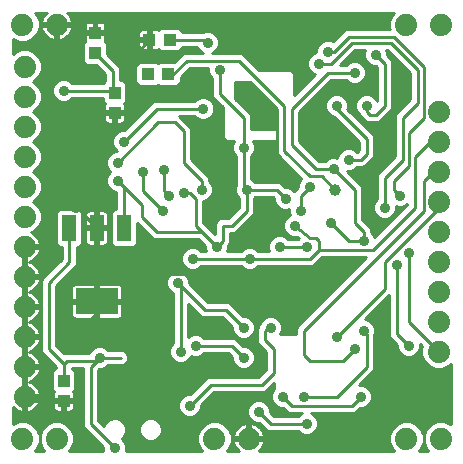
<source format=gbl>
G75*
%MOIN*%
%OFA0B0*%
%FSLAX25Y25*%
%IPPOS*%
%LPD*%
%AMOC8*
5,1,8,0,0,1.08239X$1,22.5*
%
%ADD10R,0.03937X0.04331*%
%ADD11R,0.04331X0.03937*%
%ADD12R,0.04800X0.08800*%
%ADD13R,0.14173X0.08661*%
%ADD14C,0.07400*%
%ADD15C,0.01000*%
%ADD16C,0.03600*%
%ADD17C,0.03962*%
D10*
X0110500Y0113154D03*
X0110500Y0119846D03*
X0127500Y0209154D03*
X0127500Y0215846D03*
X0121000Y0229154D03*
X0121000Y0235846D03*
D11*
X0139154Y0233500D03*
X0145846Y0233500D03*
X0145346Y0222000D03*
X0138654Y0222000D03*
D12*
X0130600Y0170700D03*
X0121500Y0170700D03*
X0112400Y0170700D03*
D13*
X0121500Y0146299D03*
D14*
X0097500Y0144500D03*
X0097500Y0134500D03*
X0097500Y0124500D03*
X0097500Y0114500D03*
X0096800Y0100500D03*
X0108200Y0100500D03*
X0160800Y0100500D03*
X0172200Y0100500D03*
X0224800Y0100500D03*
X0236200Y0100500D03*
X0235500Y0129500D03*
X0235500Y0139500D03*
X0235500Y0149500D03*
X0235500Y0159500D03*
X0235500Y0169500D03*
X0235500Y0179500D03*
X0235500Y0189500D03*
X0235500Y0199500D03*
X0235500Y0209500D03*
X0236200Y0238500D03*
X0224800Y0238500D03*
X0108200Y0238500D03*
X0096800Y0238500D03*
X0097500Y0224500D03*
X0097500Y0214500D03*
X0097500Y0204500D03*
X0097500Y0194500D03*
X0097500Y0184500D03*
X0097500Y0174500D03*
X0097500Y0164500D03*
X0097500Y0154500D03*
D15*
X0101632Y0097271D02*
X0100861Y0096500D01*
X0104139Y0096500D01*
X0103368Y0097271D01*
X0102500Y0099366D01*
X0102500Y0101634D01*
X0101632Y0103729D01*
X0100029Y0105332D01*
X0097934Y0106200D01*
X0095666Y0106200D01*
X0093571Y0105332D01*
X0093500Y0105261D01*
X0093500Y0111159D01*
X0093534Y0111112D01*
X0094112Y0110534D01*
X0094775Y0110053D01*
X0095504Y0109681D01*
X0096282Y0109428D01*
X0097000Y0109314D01*
X0097000Y0114000D01*
X0098000Y0114000D01*
X0098000Y0115000D01*
X0102686Y0115000D01*
X0102572Y0115718D01*
X0102319Y0116496D01*
X0101947Y0117225D01*
X0101466Y0117888D01*
X0100888Y0118466D01*
X0100225Y0118947D01*
X0099496Y0119319D01*
X0098939Y0119500D01*
X0099496Y0119681D01*
X0100225Y0120053D01*
X0100888Y0120534D01*
X0101466Y0121112D01*
X0101947Y0121775D01*
X0102319Y0122504D01*
X0102572Y0123282D01*
X0102686Y0124000D01*
X0098000Y0124000D01*
X0098000Y0125000D01*
X0102686Y0125000D01*
X0102572Y0125718D01*
X0102319Y0126496D01*
X0101947Y0127225D01*
X0101466Y0127888D01*
X0100888Y0128466D01*
X0100225Y0128947D01*
X0099496Y0129319D01*
X0098939Y0129500D01*
X0099496Y0129681D01*
X0100225Y0130053D01*
X0100888Y0130534D01*
X0101466Y0131112D01*
X0101947Y0131775D01*
X0102319Y0132504D01*
X0102572Y0133282D01*
X0102686Y0134000D01*
X0098000Y0134000D01*
X0098000Y0135000D01*
X0102686Y0135000D01*
X0102572Y0135718D01*
X0102319Y0136496D01*
X0101947Y0137225D01*
X0101466Y0137888D01*
X0100888Y0138466D01*
X0100225Y0138947D01*
X0099496Y0139319D01*
X0098939Y0139500D01*
X0099496Y0139681D01*
X0100225Y0140053D01*
X0100888Y0140534D01*
X0101466Y0141112D01*
X0101947Y0141775D01*
X0102319Y0142504D01*
X0102572Y0143282D01*
X0102686Y0144000D01*
X0098000Y0144000D01*
X0098000Y0145000D01*
X0102686Y0145000D01*
X0102572Y0145718D01*
X0102319Y0146496D01*
X0101947Y0147225D01*
X0101466Y0147888D01*
X0100888Y0148466D01*
X0100225Y0148947D01*
X0099496Y0149319D01*
X0098939Y0149500D01*
X0099496Y0149681D01*
X0100225Y0150053D01*
X0100888Y0150534D01*
X0101466Y0151112D01*
X0101947Y0151775D01*
X0102319Y0152504D01*
X0102572Y0153282D01*
X0102686Y0154000D01*
X0098000Y0154000D01*
X0098000Y0155000D01*
X0102686Y0155000D01*
X0102572Y0155718D01*
X0102319Y0156496D01*
X0101947Y0157225D01*
X0101466Y0157888D01*
X0100888Y0158466D01*
X0100225Y0158947D01*
X0099496Y0159319D01*
X0098939Y0159500D01*
X0099496Y0159681D01*
X0100225Y0160053D01*
X0100888Y0160534D01*
X0101466Y0161112D01*
X0101947Y0161775D01*
X0102319Y0162504D01*
X0102572Y0163282D01*
X0102686Y0164000D01*
X0098000Y0164000D01*
X0098000Y0165000D01*
X0102686Y0165000D01*
X0102572Y0165718D01*
X0102319Y0166496D01*
X0101947Y0167225D01*
X0101466Y0167888D01*
X0100888Y0168466D01*
X0100225Y0168947D01*
X0099671Y0169230D01*
X0100729Y0169668D01*
X0102332Y0171271D01*
X0103200Y0173366D01*
X0103200Y0175634D01*
X0102332Y0177729D01*
X0100729Y0179332D01*
X0100324Y0179500D01*
X0100729Y0179668D01*
X0102332Y0181271D01*
X0103200Y0183366D01*
X0103200Y0185634D01*
X0102332Y0187729D01*
X0100729Y0189332D01*
X0100324Y0189500D01*
X0100729Y0189668D01*
X0102332Y0191271D01*
X0103200Y0193366D01*
X0103200Y0195634D01*
X0102332Y0197729D01*
X0100729Y0199332D01*
X0100324Y0199500D01*
X0100729Y0199668D01*
X0102332Y0201271D01*
X0103200Y0203366D01*
X0103200Y0205634D01*
X0102332Y0207729D01*
X0100729Y0209332D01*
X0100324Y0209500D01*
X0100729Y0209668D01*
X0102332Y0211271D01*
X0103200Y0213366D01*
X0103200Y0215634D01*
X0102332Y0217729D01*
X0100729Y0219332D01*
X0100324Y0219500D01*
X0100729Y0219668D01*
X0102332Y0221271D01*
X0103200Y0223366D01*
X0103200Y0225634D01*
X0102332Y0227729D01*
X0100729Y0229332D01*
X0098634Y0230200D01*
X0096366Y0230200D01*
X0094271Y0229332D01*
X0093500Y0228561D01*
X0093500Y0233739D01*
X0093571Y0233668D01*
X0095666Y0232800D01*
X0097934Y0232800D01*
X0100029Y0233668D01*
X0101632Y0235271D01*
X0102500Y0237366D01*
X0102500Y0239634D01*
X0101632Y0241729D01*
X0100861Y0242500D01*
X0104859Y0242500D01*
X0104812Y0242466D01*
X0104234Y0241888D01*
X0103753Y0241225D01*
X0103381Y0240496D01*
X0103128Y0239718D01*
X0103014Y0239000D01*
X0107700Y0239000D01*
X0107700Y0238000D01*
X0108700Y0238000D01*
X0108700Y0239000D01*
X0113386Y0239000D01*
X0113272Y0239718D01*
X0113019Y0240496D01*
X0112647Y0241225D01*
X0112166Y0241888D01*
X0111588Y0242466D01*
X0111541Y0242500D01*
X0220739Y0242500D01*
X0219968Y0241729D01*
X0219100Y0239634D01*
X0219100Y0237366D01*
X0219252Y0237000D01*
X0205003Y0237000D01*
X0204084Y0236619D01*
X0203381Y0235916D01*
X0200323Y0232858D01*
X0199256Y0233300D01*
X0197744Y0233300D01*
X0196347Y0232721D01*
X0195279Y0231653D01*
X0194700Y0230256D01*
X0194700Y0229282D01*
X0193347Y0228721D01*
X0192279Y0227653D01*
X0191700Y0226256D01*
X0191700Y0224744D01*
X0192279Y0223347D01*
X0193347Y0222279D01*
X0194334Y0221870D01*
X0187441Y0214976D01*
X0187441Y0222212D01*
X0186212Y0223441D01*
X0175595Y0223441D01*
X0171119Y0227916D01*
X0170416Y0228619D01*
X0169497Y0229000D01*
X0159980Y0229000D01*
X0160653Y0229279D01*
X0161721Y0230347D01*
X0162300Y0231744D01*
X0162300Y0233256D01*
X0161721Y0234653D01*
X0160653Y0235721D01*
X0159256Y0236300D01*
X0157744Y0236300D01*
X0157020Y0236000D01*
X0150012Y0236000D01*
X0150012Y0236297D01*
X0148840Y0237468D01*
X0142853Y0237468D01*
X0142121Y0236737D01*
X0141898Y0236866D01*
X0141516Y0236968D01*
X0139638Y0236968D01*
X0139638Y0233984D01*
X0138669Y0233984D01*
X0138669Y0233016D01*
X0135488Y0233016D01*
X0135488Y0231334D01*
X0135590Y0230953D01*
X0135788Y0230610D01*
X0136067Y0230331D01*
X0136409Y0230134D01*
X0136791Y0230031D01*
X0138669Y0230031D01*
X0138669Y0233016D01*
X0139638Y0233016D01*
X0139638Y0230031D01*
X0141516Y0230031D01*
X0141898Y0230134D01*
X0142121Y0230263D01*
X0142853Y0229531D01*
X0148840Y0229531D01*
X0150012Y0230703D01*
X0150012Y0231000D01*
X0155008Y0231000D01*
X0155279Y0230347D01*
X0156347Y0229279D01*
X0157020Y0229000D01*
X0151003Y0229000D01*
X0150084Y0228619D01*
X0149381Y0227916D01*
X0147433Y0225968D01*
X0142353Y0225968D01*
X0142000Y0225616D01*
X0141647Y0225968D01*
X0135660Y0225968D01*
X0134488Y0224797D01*
X0134488Y0219203D01*
X0135660Y0218031D01*
X0141647Y0218031D01*
X0142000Y0218384D01*
X0142353Y0218031D01*
X0148340Y0218031D01*
X0149512Y0219203D01*
X0149512Y0220976D01*
X0152536Y0224000D01*
X0158700Y0224000D01*
X0158700Y0222744D01*
X0159279Y0221347D01*
X0160000Y0220626D01*
X0160000Y0215003D01*
X0160381Y0214084D01*
X0163559Y0210905D01*
X0163559Y0200788D01*
X0164788Y0199559D01*
X0167240Y0199559D01*
X0166700Y0198256D01*
X0166700Y0196744D01*
X0167279Y0195347D01*
X0168000Y0194626D01*
X0168000Y0184980D01*
X0167700Y0184256D01*
X0167700Y0182744D01*
X0168279Y0181347D01*
X0169000Y0180626D01*
X0169000Y0177536D01*
X0165464Y0174000D01*
X0163003Y0174000D01*
X0162084Y0173619D01*
X0161381Y0172916D01*
X0161000Y0171997D01*
X0161000Y0168536D01*
X0157916Y0171619D01*
X0157000Y0172536D01*
X0157000Y0179700D01*
X0157256Y0179700D01*
X0158653Y0180279D01*
X0159721Y0181347D01*
X0160300Y0182744D01*
X0160300Y0184256D01*
X0159721Y0185653D01*
X0159000Y0186374D01*
X0159000Y0186997D01*
X0158619Y0187916D01*
X0157916Y0188619D01*
X0153000Y0193536D01*
X0153000Y0203497D01*
X0152619Y0204416D01*
X0149619Y0207416D01*
X0149036Y0208000D01*
X0154126Y0208000D01*
X0154847Y0207279D01*
X0156244Y0206700D01*
X0157756Y0206700D01*
X0159153Y0207279D01*
X0160221Y0208347D01*
X0160800Y0209744D01*
X0160800Y0211256D01*
X0160221Y0212653D01*
X0159153Y0213721D01*
X0157756Y0214300D01*
X0156244Y0214300D01*
X0154847Y0213721D01*
X0154126Y0213000D01*
X0141003Y0213000D01*
X0140084Y0212619D01*
X0139381Y0211916D01*
X0130764Y0203300D01*
X0129744Y0203300D01*
X0128347Y0202721D01*
X0127279Y0201653D01*
X0126700Y0200256D01*
X0126700Y0198744D01*
X0127279Y0197347D01*
X0102491Y0197347D01*
X0102904Y0196348D02*
X0128278Y0196348D01*
X0128326Y0196300D02*
X0127744Y0196300D01*
X0126347Y0195721D01*
X0125279Y0194653D01*
X0124700Y0193256D01*
X0124700Y0191744D01*
X0125279Y0190347D01*
X0126126Y0189500D01*
X0125279Y0188653D01*
X0124700Y0187256D01*
X0124700Y0185744D01*
X0125279Y0184347D01*
X0126347Y0183279D01*
X0127744Y0182700D01*
X0128100Y0182700D01*
X0128100Y0177100D01*
X0127372Y0177100D01*
X0126200Y0175928D01*
X0126200Y0165472D01*
X0127372Y0164300D01*
X0133828Y0164300D01*
X0135000Y0165472D01*
X0135000Y0172464D01*
X0139381Y0168084D01*
X0140084Y0167381D01*
X0141003Y0167000D01*
X0155464Y0167000D01*
X0157700Y0164764D01*
X0157700Y0163744D01*
X0158008Y0163000D01*
X0156374Y0163000D01*
X0155653Y0163721D01*
X0154256Y0164300D01*
X0152744Y0164300D01*
X0151347Y0163721D01*
X0150279Y0162653D01*
X0149700Y0161256D01*
X0149700Y0159744D01*
X0150279Y0158347D01*
X0151347Y0157279D01*
X0152744Y0156700D01*
X0154256Y0156700D01*
X0155653Y0157279D01*
X0156374Y0158000D01*
X0169626Y0158000D01*
X0170347Y0157279D01*
X0171744Y0156700D01*
X0173256Y0156700D01*
X0174653Y0157279D01*
X0175374Y0158000D01*
X0192997Y0158000D01*
X0193916Y0158381D01*
X0196536Y0161000D01*
X0211464Y0161000D01*
X0188381Y0137916D01*
X0188000Y0136997D01*
X0188000Y0135472D01*
X0182773Y0135472D01*
X0183300Y0136744D01*
X0183300Y0138256D01*
X0182721Y0139653D01*
X0181653Y0140721D01*
X0180256Y0141300D01*
X0178744Y0141300D01*
X0177347Y0140721D01*
X0176279Y0139653D01*
X0175700Y0138256D01*
X0175700Y0138236D01*
X0175381Y0137916D01*
X0175000Y0136997D01*
X0175000Y0133003D01*
X0175381Y0132084D01*
X0178000Y0129464D01*
X0178000Y0123536D01*
X0175464Y0121000D01*
X0159003Y0121000D01*
X0158084Y0120619D01*
X0152764Y0115300D01*
X0151744Y0115300D01*
X0150347Y0114721D01*
X0149279Y0113653D01*
X0148700Y0112256D01*
X0148700Y0110744D01*
X0149279Y0109347D01*
X0150347Y0108279D01*
X0151744Y0107700D01*
X0153256Y0107700D01*
X0154653Y0108279D01*
X0155721Y0109347D01*
X0156300Y0110744D01*
X0156300Y0111764D01*
X0160536Y0116000D01*
X0176997Y0116000D01*
X0177916Y0116381D01*
X0178619Y0117084D01*
X0180528Y0118992D01*
X0180528Y0116902D01*
X0180279Y0116653D01*
X0179700Y0115256D01*
X0179700Y0113744D01*
X0180279Y0112347D01*
X0181347Y0111279D01*
X0182744Y0110700D01*
X0183764Y0110700D01*
X0184381Y0110084D01*
X0185084Y0109381D01*
X0186003Y0109000D01*
X0190020Y0109000D01*
X0189347Y0108721D01*
X0188626Y0108000D01*
X0180536Y0108000D01*
X0179300Y0109236D01*
X0179300Y0110256D01*
X0178721Y0111653D01*
X0177653Y0112721D01*
X0176256Y0113300D01*
X0174744Y0113300D01*
X0173347Y0112721D01*
X0172279Y0111653D01*
X0171700Y0110256D01*
X0171700Y0108744D01*
X0172279Y0107347D01*
X0173347Y0106279D01*
X0174744Y0105700D01*
X0175764Y0105700D01*
X0177381Y0104084D01*
X0178084Y0103381D01*
X0179003Y0103000D01*
X0188626Y0103000D01*
X0189347Y0102279D01*
X0190744Y0101700D01*
X0192256Y0101700D01*
X0193653Y0102279D01*
X0194721Y0103347D01*
X0195300Y0104744D01*
X0195300Y0106256D01*
X0194721Y0107653D01*
X0193653Y0108721D01*
X0192980Y0109000D01*
X0206997Y0109000D01*
X0207916Y0109381D01*
X0209236Y0110700D01*
X0210256Y0110700D01*
X0211653Y0111279D01*
X0212721Y0112347D01*
X0213300Y0113744D01*
X0213300Y0115256D01*
X0212721Y0116653D01*
X0211653Y0117721D01*
X0210256Y0118300D01*
X0208836Y0118300D01*
X0212916Y0122381D01*
X0213619Y0123084D01*
X0214000Y0124003D01*
X0214000Y0135020D01*
X0214300Y0135744D01*
X0214300Y0137256D01*
X0213721Y0138653D01*
X0212653Y0139721D01*
X0211256Y0140300D01*
X0210836Y0140300D01*
X0219000Y0148464D01*
X0219000Y0135003D01*
X0219381Y0134084D01*
X0221700Y0131764D01*
X0221700Y0130744D01*
X0222279Y0129347D01*
X0223347Y0128279D01*
X0224744Y0127700D01*
X0226256Y0127700D01*
X0227653Y0128279D01*
X0228721Y0129347D01*
X0229300Y0130744D01*
X0229300Y0132164D01*
X0230102Y0131363D01*
X0229800Y0130634D01*
X0229800Y0128366D01*
X0230668Y0126271D01*
X0232271Y0124668D01*
X0234366Y0123800D01*
X0236634Y0123800D01*
X0238729Y0124668D01*
X0239500Y0125439D01*
X0239500Y0105261D01*
X0239429Y0105332D01*
X0237334Y0106200D01*
X0235066Y0106200D01*
X0232971Y0105332D01*
X0231368Y0103729D01*
X0230500Y0101634D01*
X0229632Y0103729D01*
X0228029Y0105332D01*
X0225934Y0106200D01*
X0223666Y0106200D01*
X0221571Y0105332D01*
X0219968Y0103729D01*
X0219100Y0101634D01*
X0219100Y0099366D01*
X0219968Y0097271D01*
X0220739Y0096500D01*
X0175541Y0096500D01*
X0175588Y0096534D01*
X0176166Y0097112D01*
X0176647Y0097775D01*
X0177019Y0098504D01*
X0177272Y0099282D01*
X0177386Y0100000D01*
X0172700Y0100000D01*
X0172700Y0101000D01*
X0171700Y0101000D01*
X0171700Y0105686D01*
X0170982Y0105572D01*
X0170204Y0105319D01*
X0169475Y0104947D01*
X0168812Y0104466D01*
X0168234Y0103888D01*
X0167753Y0103225D01*
X0167381Y0102496D01*
X0167128Y0101718D01*
X0167014Y0101000D01*
X0171700Y0101000D01*
X0171700Y0100000D01*
X0167014Y0100000D01*
X0167128Y0099282D01*
X0167381Y0098504D01*
X0167753Y0097775D01*
X0168234Y0097112D01*
X0168812Y0096534D01*
X0168859Y0096500D01*
X0164861Y0096500D01*
X0165632Y0097271D01*
X0166500Y0099366D01*
X0166500Y0101634D01*
X0165632Y0103729D01*
X0164029Y0105332D01*
X0161934Y0106200D01*
X0159666Y0106200D01*
X0157571Y0105332D01*
X0155968Y0103729D01*
X0155100Y0101634D01*
X0155100Y0099366D01*
X0155968Y0097271D01*
X0156739Y0096500D01*
X0131199Y0096500D01*
X0131300Y0096744D01*
X0131300Y0098256D01*
X0130721Y0099653D01*
X0129901Y0100473D01*
X0130792Y0101364D01*
X0131366Y0102750D01*
X0131366Y0104250D01*
X0130792Y0105636D01*
X0129731Y0106697D01*
X0128345Y0107272D01*
X0126844Y0107272D01*
X0125458Y0106697D01*
X0124397Y0105636D01*
X0123958Y0104577D01*
X0122000Y0106536D01*
X0122000Y0123464D01*
X0122236Y0123700D01*
X0123256Y0123700D01*
X0124653Y0124279D01*
X0125374Y0125000D01*
X0129997Y0125000D01*
X0130916Y0125381D01*
X0131619Y0126084D01*
X0132000Y0127003D01*
X0132000Y0127997D01*
X0131619Y0128916D01*
X0130916Y0129619D01*
X0129997Y0130000D01*
X0125374Y0130000D01*
X0124653Y0130721D01*
X0123256Y0131300D01*
X0121744Y0131300D01*
X0120347Y0130721D01*
X0119279Y0129653D01*
X0119008Y0129000D01*
X0111003Y0129000D01*
X0110672Y0128863D01*
X0108000Y0131536D01*
X0108000Y0151464D01*
X0114519Y0157984D01*
X0114900Y0158903D01*
X0114900Y0164300D01*
X0115628Y0164300D01*
X0116800Y0165472D01*
X0116800Y0175928D01*
X0115628Y0177100D01*
X0109172Y0177100D01*
X0108000Y0175928D01*
X0108000Y0165472D01*
X0109172Y0164300D01*
X0109900Y0164300D01*
X0109900Y0160436D01*
X0104084Y0154619D01*
X0103381Y0153916D01*
X0103000Y0152997D01*
X0103000Y0130003D01*
X0103381Y0129084D01*
X0108000Y0124464D01*
X0108000Y0124012D01*
X0107703Y0124012D01*
X0106531Y0122840D01*
X0106531Y0116853D01*
X0107263Y0116121D01*
X0107134Y0115898D01*
X0107031Y0115516D01*
X0107031Y0113638D01*
X0110016Y0113638D01*
X0110016Y0112669D01*
X0110984Y0112669D01*
X0110984Y0109488D01*
X0112666Y0109488D01*
X0113047Y0109590D01*
X0113390Y0109788D01*
X0113669Y0110067D01*
X0113866Y0110409D01*
X0113968Y0110791D01*
X0113968Y0112669D01*
X0110984Y0112669D01*
X0110984Y0113638D01*
X0113968Y0113638D01*
X0113968Y0115516D01*
X0113866Y0115898D01*
X0113737Y0116121D01*
X0114468Y0116853D01*
X0114468Y0122840D01*
X0113309Y0124000D01*
X0117000Y0124000D01*
X0117000Y0105003D01*
X0117381Y0104084D01*
X0118084Y0103381D01*
X0123700Y0097764D01*
X0123700Y0096744D01*
X0123801Y0096500D01*
X0112261Y0096500D01*
X0113032Y0097271D01*
X0113900Y0099366D01*
X0113900Y0101634D01*
X0113032Y0103729D01*
X0111429Y0105332D01*
X0109334Y0106200D01*
X0107066Y0106200D01*
X0104971Y0105332D01*
X0103368Y0103729D01*
X0102500Y0101634D01*
X0102500Y0099366D01*
X0101632Y0097271D01*
X0101725Y0097496D02*
X0103275Y0097496D01*
X0102861Y0098494D02*
X0102139Y0098494D01*
X0102500Y0099493D02*
X0102500Y0099493D01*
X0102500Y0100491D02*
X0102500Y0100491D01*
X0102500Y0101490D02*
X0102500Y0101490D01*
X0102146Y0102488D02*
X0102854Y0102488D01*
X0103267Y0103487D02*
X0101733Y0103487D01*
X0100876Y0104485D02*
X0104124Y0104485D01*
X0105337Y0105484D02*
X0099663Y0105484D01*
X0098718Y0109428D02*
X0099496Y0109681D01*
X0100225Y0110053D01*
X0100888Y0110534D01*
X0101466Y0111112D01*
X0101947Y0111775D01*
X0102319Y0112504D01*
X0102572Y0113282D01*
X0102686Y0114000D01*
X0098000Y0114000D01*
X0098000Y0109314D01*
X0098718Y0109428D01*
X0098870Y0109478D02*
X0117000Y0109478D01*
X0117000Y0110476D02*
X0113884Y0110476D01*
X0113968Y0111475D02*
X0117000Y0111475D01*
X0117000Y0112473D02*
X0113968Y0112473D01*
X0113968Y0114470D02*
X0117000Y0114470D01*
X0117000Y0113472D02*
X0110984Y0113472D01*
X0110500Y0113154D02*
X0098846Y0113154D01*
X0097500Y0114500D01*
X0098000Y0114470D02*
X0107031Y0114470D01*
X0107031Y0115469D02*
X0102611Y0115469D01*
X0102328Y0116467D02*
X0106917Y0116467D01*
X0106531Y0117466D02*
X0101773Y0117466D01*
X0100890Y0118464D02*
X0106531Y0118464D01*
X0106531Y0119463D02*
X0099054Y0119463D01*
X0098000Y0119463D02*
X0097000Y0119463D01*
X0097000Y0120461D02*
X0098000Y0120461D01*
X0098000Y0119686D02*
X0098000Y0124000D01*
X0097000Y0124000D01*
X0097000Y0115000D01*
X0098000Y0115000D01*
X0098000Y0119686D01*
X0098000Y0118464D02*
X0097000Y0118464D01*
X0097000Y0117466D02*
X0098000Y0117466D01*
X0098000Y0116467D02*
X0097000Y0116467D01*
X0097000Y0115469D02*
X0098000Y0115469D01*
X0098000Y0113472D02*
X0097000Y0113472D01*
X0097000Y0112473D02*
X0098000Y0112473D01*
X0098000Y0111475D02*
X0097000Y0111475D01*
X0097000Y0110476D02*
X0098000Y0110476D01*
X0098000Y0109478D02*
X0097000Y0109478D01*
X0096130Y0109478D02*
X0093500Y0109478D01*
X0093500Y0110476D02*
X0094192Y0110476D01*
X0093500Y0108479D02*
X0117000Y0108479D01*
X0117000Y0107481D02*
X0093500Y0107481D01*
X0093500Y0106482D02*
X0117000Y0106482D01*
X0117000Y0105484D02*
X0111063Y0105484D01*
X0112276Y0104485D02*
X0117214Y0104485D01*
X0117978Y0103487D02*
X0113133Y0103487D01*
X0113546Y0102488D02*
X0118976Y0102488D01*
X0119975Y0101490D02*
X0113900Y0101490D01*
X0113900Y0100491D02*
X0120973Y0100491D01*
X0121972Y0099493D02*
X0113900Y0099493D01*
X0113539Y0098494D02*
X0122970Y0098494D01*
X0123700Y0097496D02*
X0113125Y0097496D01*
X0119500Y0105500D02*
X0119500Y0124500D01*
X0122500Y0127500D01*
X0129500Y0127500D01*
X0131813Y0128449D02*
X0145822Y0128449D01*
X0145700Y0128744D02*
X0146279Y0127347D01*
X0147347Y0126279D01*
X0148744Y0125700D01*
X0150256Y0125700D01*
X0151653Y0126279D01*
X0152721Y0127347D01*
X0152996Y0128010D01*
X0153744Y0127700D01*
X0155256Y0127700D01*
X0156653Y0128279D01*
X0157374Y0129000D01*
X0165464Y0129000D01*
X0166700Y0127764D01*
X0166700Y0126744D01*
X0167279Y0125347D01*
X0168347Y0124279D01*
X0169744Y0123700D01*
X0171256Y0123700D01*
X0172653Y0124279D01*
X0173721Y0125347D01*
X0174300Y0126744D01*
X0174300Y0128256D01*
X0173721Y0129653D01*
X0172653Y0130721D01*
X0171256Y0131300D01*
X0170236Y0131300D01*
X0167916Y0133619D01*
X0166997Y0134000D01*
X0157374Y0134000D01*
X0156653Y0134721D01*
X0155256Y0135300D01*
X0153744Y0135300D01*
X0152347Y0134721D01*
X0152000Y0134374D01*
X0152000Y0145464D01*
X0155381Y0142084D01*
X0156084Y0141381D01*
X0157003Y0141000D01*
X0163464Y0141000D01*
X0166700Y0137764D01*
X0166700Y0136744D01*
X0167279Y0135347D01*
X0168347Y0134279D01*
X0169744Y0133700D01*
X0171256Y0133700D01*
X0172653Y0134279D01*
X0173721Y0135347D01*
X0174300Y0136744D01*
X0174300Y0138256D01*
X0173721Y0139653D01*
X0172653Y0140721D01*
X0171256Y0141300D01*
X0170236Y0141300D01*
X0165916Y0145619D01*
X0164997Y0146000D01*
X0158536Y0146000D01*
X0152300Y0152236D01*
X0152300Y0153256D01*
X0151721Y0154653D01*
X0150653Y0155721D01*
X0149256Y0156300D01*
X0147744Y0156300D01*
X0146347Y0155721D01*
X0145279Y0154653D01*
X0144700Y0153256D01*
X0144700Y0151744D01*
X0145279Y0150347D01*
X0146347Y0149279D01*
X0147000Y0149008D01*
X0147000Y0132374D01*
X0146279Y0131653D01*
X0145700Y0130256D01*
X0145700Y0128744D01*
X0145700Y0129448D02*
X0131088Y0129448D01*
X0132000Y0127451D02*
X0146236Y0127451D01*
X0147174Y0126452D02*
X0131772Y0126452D01*
X0130989Y0125454D02*
X0167234Y0125454D01*
X0166821Y0126452D02*
X0151826Y0126452D01*
X0152764Y0127451D02*
X0166700Y0127451D01*
X0166015Y0128449D02*
X0156823Y0128449D01*
X0154500Y0131500D02*
X0166500Y0131500D01*
X0170500Y0127500D01*
X0174300Y0127451D02*
X0178000Y0127451D01*
X0178000Y0128449D02*
X0174220Y0128449D01*
X0173806Y0129448D02*
X0178000Y0129448D01*
X0177018Y0130446D02*
X0172928Y0130446D01*
X0170091Y0131445D02*
X0176020Y0131445D01*
X0175232Y0132443D02*
X0169092Y0132443D01*
X0168094Y0133442D02*
X0175000Y0133442D01*
X0175000Y0134440D02*
X0172814Y0134440D01*
X0173759Y0135439D02*
X0175000Y0135439D01*
X0175000Y0136437D02*
X0174173Y0136437D01*
X0174300Y0137436D02*
X0175182Y0137436D01*
X0175774Y0138434D02*
X0174226Y0138434D01*
X0173812Y0139433D02*
X0176188Y0139433D01*
X0177058Y0140432D02*
X0172942Y0140432D01*
X0170105Y0141430D02*
X0191895Y0141430D01*
X0192893Y0142429D02*
X0169107Y0142429D01*
X0168108Y0143427D02*
X0193892Y0143427D01*
X0194890Y0144426D02*
X0167110Y0144426D01*
X0166111Y0145424D02*
X0195889Y0145424D01*
X0196887Y0146423D02*
X0158113Y0146423D01*
X0157114Y0147421D02*
X0197886Y0147421D01*
X0198884Y0148420D02*
X0156116Y0148420D01*
X0155117Y0149418D02*
X0199883Y0149418D01*
X0200881Y0150417D02*
X0154119Y0150417D01*
X0153120Y0151415D02*
X0201880Y0151415D01*
X0202878Y0152414D02*
X0152300Y0152414D01*
X0152235Y0153412D02*
X0203877Y0153412D01*
X0204875Y0154411D02*
X0151822Y0154411D01*
X0151500Y0155500D02*
X0154500Y0152500D01*
X0151500Y0155500D02*
X0143500Y0155500D01*
X0141500Y0153500D01*
X0139500Y0151500D01*
X0139500Y0132500D01*
X0138500Y0131500D01*
X0110500Y0131500D01*
X0113500Y0134500D01*
X0132500Y0134500D01*
X0129166Y0140571D02*
X0129508Y0140768D01*
X0129787Y0141047D01*
X0129984Y0141390D01*
X0130087Y0141771D01*
X0130087Y0145799D01*
X0122000Y0145799D01*
X0122000Y0140469D01*
X0128784Y0140469D01*
X0129166Y0140571D01*
X0129995Y0141430D02*
X0147000Y0141430D01*
X0147000Y0140432D02*
X0108000Y0140432D01*
X0108000Y0141430D02*
X0113005Y0141430D01*
X0113016Y0141390D02*
X0113213Y0141047D01*
X0113492Y0140768D01*
X0113834Y0140571D01*
X0114216Y0140469D01*
X0121000Y0140469D01*
X0121000Y0145799D01*
X0122000Y0145799D01*
X0122000Y0146799D01*
X0130087Y0146799D01*
X0130087Y0150827D01*
X0129984Y0151209D01*
X0129787Y0151551D01*
X0129508Y0151830D01*
X0129166Y0152028D01*
X0128784Y0152130D01*
X0122000Y0152130D01*
X0122000Y0146799D01*
X0121000Y0146799D01*
X0121000Y0145799D01*
X0112913Y0145799D01*
X0112913Y0141771D01*
X0113016Y0141390D01*
X0112913Y0142429D02*
X0108000Y0142429D01*
X0108000Y0143427D02*
X0112913Y0143427D01*
X0112913Y0144426D02*
X0108000Y0144426D01*
X0108000Y0145424D02*
X0112913Y0145424D01*
X0112913Y0146799D02*
X0121000Y0146799D01*
X0121000Y0152130D01*
X0114216Y0152130D01*
X0113834Y0152028D01*
X0113492Y0151830D01*
X0113213Y0151551D01*
X0113016Y0151209D01*
X0112913Y0150827D01*
X0112913Y0146799D01*
X0112913Y0147421D02*
X0108000Y0147421D01*
X0108000Y0146423D02*
X0121000Y0146423D01*
X0121500Y0146299D02*
X0121500Y0142500D01*
X0110500Y0131500D01*
X0109089Y0130446D02*
X0120072Y0130446D01*
X0119194Y0129448D02*
X0110088Y0129448D01*
X0108091Y0131445D02*
X0146193Y0131445D01*
X0145779Y0130446D02*
X0124928Y0130446D01*
X0122500Y0127500D02*
X0121500Y0126500D01*
X0111500Y0126500D01*
X0110500Y0125500D01*
X0105500Y0130500D01*
X0105500Y0152500D01*
X0112400Y0159400D01*
X0112400Y0170700D01*
X0116800Y0170387D02*
X0121000Y0170387D01*
X0121000Y0170200D02*
X0117600Y0170200D01*
X0117600Y0166103D01*
X0117702Y0165721D01*
X0117900Y0165379D01*
X0118179Y0165100D01*
X0118521Y0164902D01*
X0118903Y0164800D01*
X0121000Y0164800D01*
X0121000Y0170200D01*
X0122000Y0170200D01*
X0122000Y0171200D01*
X0125400Y0171200D01*
X0125400Y0175297D01*
X0125298Y0175679D01*
X0125100Y0176021D01*
X0124821Y0176300D01*
X0124479Y0176498D01*
X0124097Y0176600D01*
X0122000Y0176600D01*
X0122000Y0171200D01*
X0121000Y0171200D01*
X0121000Y0176600D01*
X0118903Y0176600D01*
X0118521Y0176498D01*
X0118179Y0176300D01*
X0117900Y0176021D01*
X0117702Y0175679D01*
X0117600Y0175297D01*
X0117600Y0171200D01*
X0121000Y0171200D01*
X0121000Y0170200D01*
X0121500Y0170700D02*
X0117500Y0174700D01*
X0117500Y0177500D01*
X0114500Y0177500D01*
X0114500Y0181500D01*
X0121500Y0188500D01*
X0121500Y0191500D01*
X0124700Y0192354D02*
X0102781Y0192354D01*
X0102367Y0191356D02*
X0124861Y0191356D01*
X0125275Y0190357D02*
X0101418Y0190357D01*
X0100665Y0189359D02*
X0125985Y0189359D01*
X0125157Y0188360D02*
X0101701Y0188360D01*
X0102484Y0187362D02*
X0124744Y0187362D01*
X0124700Y0186363D02*
X0102898Y0186363D01*
X0103200Y0185365D02*
X0124857Y0185365D01*
X0125271Y0184366D02*
X0103200Y0184366D01*
X0103200Y0183368D02*
X0126258Y0183368D01*
X0128100Y0182369D02*
X0102787Y0182369D01*
X0102373Y0181370D02*
X0128100Y0181370D01*
X0128100Y0180372D02*
X0101433Y0180372D01*
X0100629Y0179373D02*
X0128100Y0179373D01*
X0128100Y0178375D02*
X0101686Y0178375D01*
X0102478Y0177376D02*
X0128100Y0177376D01*
X0126650Y0176378D02*
X0124687Y0176378D01*
X0125378Y0175379D02*
X0126200Y0175379D01*
X0126200Y0174381D02*
X0125400Y0174381D01*
X0125400Y0173382D02*
X0126200Y0173382D01*
X0126200Y0172384D02*
X0125400Y0172384D01*
X0125400Y0171385D02*
X0126200Y0171385D01*
X0126200Y0170387D02*
X0122000Y0170387D01*
X0122000Y0170200D02*
X0125400Y0170200D01*
X0125400Y0166103D01*
X0125298Y0165721D01*
X0125100Y0165379D01*
X0124821Y0165100D01*
X0124479Y0164902D01*
X0124097Y0164800D01*
X0122000Y0164800D01*
X0122000Y0170200D01*
X0122000Y0169388D02*
X0121000Y0169388D01*
X0121000Y0168390D02*
X0122000Y0168390D01*
X0122000Y0167391D02*
X0121000Y0167391D01*
X0121000Y0166393D02*
X0122000Y0166393D01*
X0122000Y0165394D02*
X0121000Y0165394D01*
X0117891Y0165394D02*
X0116723Y0165394D01*
X0116800Y0166393D02*
X0117600Y0166393D01*
X0117600Y0167391D02*
X0116800Y0167391D01*
X0116800Y0168390D02*
X0117600Y0168390D01*
X0117600Y0169388D02*
X0116800Y0169388D01*
X0116800Y0171385D02*
X0117600Y0171385D01*
X0117600Y0172384D02*
X0116800Y0172384D01*
X0116800Y0173382D02*
X0117600Y0173382D01*
X0117600Y0174381D02*
X0116800Y0174381D01*
X0116800Y0175379D02*
X0117622Y0175379D01*
X0118313Y0176378D02*
X0116350Y0176378D01*
X0121000Y0176378D02*
X0122000Y0176378D01*
X0122000Y0175379D02*
X0121000Y0175379D01*
X0121000Y0174381D02*
X0122000Y0174381D01*
X0122000Y0173382D02*
X0121000Y0173382D01*
X0121000Y0172384D02*
X0122000Y0172384D01*
X0122000Y0171385D02*
X0121000Y0171385D01*
X0125400Y0169388D02*
X0126200Y0169388D01*
X0126200Y0168390D02*
X0125400Y0168390D01*
X0125400Y0167391D02*
X0126200Y0167391D01*
X0126200Y0166393D02*
X0125400Y0166393D01*
X0125109Y0165394D02*
X0126277Y0165394D01*
X0127276Y0164396D02*
X0115724Y0164396D01*
X0114900Y0163397D02*
X0151023Y0163397D01*
X0150173Y0162399D02*
X0114900Y0162399D01*
X0114900Y0161400D02*
X0149760Y0161400D01*
X0149700Y0160402D02*
X0114900Y0160402D01*
X0114900Y0159403D02*
X0149841Y0159403D01*
X0150255Y0158405D02*
X0114694Y0158405D01*
X0113942Y0157406D02*
X0151220Y0157406D01*
X0150965Y0155409D02*
X0205874Y0155409D01*
X0206872Y0156408D02*
X0112943Y0156408D01*
X0111945Y0155409D02*
X0146035Y0155409D01*
X0145178Y0154411D02*
X0110946Y0154411D01*
X0109948Y0153412D02*
X0144765Y0153412D01*
X0144700Y0152414D02*
X0108949Y0152414D01*
X0108000Y0151415D02*
X0113135Y0151415D01*
X0112913Y0150417D02*
X0108000Y0150417D01*
X0108000Y0149418D02*
X0112913Y0149418D01*
X0112913Y0148420D02*
X0108000Y0148420D01*
X0103000Y0148420D02*
X0100934Y0148420D01*
X0101805Y0147421D02*
X0103000Y0147421D01*
X0103000Y0146423D02*
X0102343Y0146423D01*
X0102618Y0145424D02*
X0103000Y0145424D01*
X0103000Y0144426D02*
X0098000Y0144426D01*
X0098000Y0144000D02*
X0098000Y0139314D01*
X0098000Y0135000D01*
X0097000Y0135000D01*
X0097000Y0144000D01*
X0098000Y0144000D01*
X0098000Y0143427D02*
X0097000Y0143427D01*
X0097000Y0142429D02*
X0098000Y0142429D01*
X0098000Y0141430D02*
X0097000Y0141430D01*
X0097000Y0140432D02*
X0098000Y0140432D01*
X0098000Y0139433D02*
X0097000Y0139433D01*
X0097000Y0138434D02*
X0098000Y0138434D01*
X0098000Y0137436D02*
X0097000Y0137436D01*
X0097000Y0136437D02*
X0098000Y0136437D01*
X0098000Y0135439D02*
X0097000Y0135439D01*
X0098000Y0134440D02*
X0103000Y0134440D01*
X0103000Y0133442D02*
X0102597Y0133442D01*
X0102288Y0132443D02*
X0103000Y0132443D01*
X0103000Y0131445D02*
X0101708Y0131445D01*
X0100767Y0130446D02*
X0103000Y0130446D01*
X0103230Y0129448D02*
X0099099Y0129448D01*
X0098000Y0129448D02*
X0097000Y0129448D01*
X0097000Y0130446D02*
X0098000Y0130446D01*
X0098000Y0131445D02*
X0097000Y0131445D01*
X0097000Y0132443D02*
X0098000Y0132443D01*
X0098000Y0133442D02*
X0097000Y0133442D01*
X0097000Y0134000D02*
X0098000Y0134000D01*
X0098000Y0129314D01*
X0098000Y0125000D01*
X0097000Y0125000D01*
X0097000Y0134000D01*
X0097000Y0128449D02*
X0098000Y0128449D01*
X0098000Y0127451D02*
X0097000Y0127451D01*
X0097000Y0126452D02*
X0098000Y0126452D01*
X0098000Y0125454D02*
X0097000Y0125454D01*
X0098000Y0124455D02*
X0108000Y0124455D01*
X0107148Y0123457D02*
X0102600Y0123457D01*
X0102296Y0122458D02*
X0106531Y0122458D01*
X0106531Y0121460D02*
X0101719Y0121460D01*
X0100788Y0120461D02*
X0106531Y0120461D01*
X0110500Y0119846D02*
X0110500Y0125500D01*
X0107011Y0125454D02*
X0102614Y0125454D01*
X0102333Y0126452D02*
X0106012Y0126452D01*
X0105014Y0127451D02*
X0101784Y0127451D01*
X0100905Y0128449D02*
X0104015Y0128449D01*
X0108000Y0132443D02*
X0147000Y0132443D01*
X0147000Y0133442D02*
X0108000Y0133442D01*
X0108000Y0134440D02*
X0147000Y0134440D01*
X0147000Y0135439D02*
X0108000Y0135439D01*
X0108000Y0136437D02*
X0147000Y0136437D01*
X0147000Y0137436D02*
X0108000Y0137436D01*
X0108000Y0138434D02*
X0147000Y0138434D01*
X0147000Y0139433D02*
X0108000Y0139433D01*
X0103000Y0139433D02*
X0099145Y0139433D01*
X0100747Y0140432D02*
X0103000Y0140432D01*
X0103000Y0141430D02*
X0101697Y0141430D01*
X0102281Y0142429D02*
X0103000Y0142429D01*
X0103000Y0143427D02*
X0102595Y0143427D01*
X0098000Y0145000D02*
X0097000Y0145000D01*
X0097000Y0154000D01*
X0098000Y0154000D01*
X0098000Y0149314D01*
X0098000Y0145000D01*
X0098000Y0145424D02*
X0097000Y0145424D01*
X0097000Y0146423D02*
X0098000Y0146423D01*
X0098000Y0147421D02*
X0097000Y0147421D01*
X0097000Y0148420D02*
X0098000Y0148420D01*
X0098000Y0149418D02*
X0097000Y0149418D01*
X0097000Y0150417D02*
X0098000Y0150417D01*
X0098000Y0151415D02*
X0097000Y0151415D01*
X0097000Y0152414D02*
X0098000Y0152414D01*
X0098000Y0153412D02*
X0097000Y0153412D01*
X0098000Y0154411D02*
X0103875Y0154411D01*
X0103172Y0153412D02*
X0102593Y0153412D01*
X0102273Y0152414D02*
X0103000Y0152414D01*
X0103000Y0151415D02*
X0101686Y0151415D01*
X0100726Y0150417D02*
X0103000Y0150417D01*
X0103000Y0149418D02*
X0099191Y0149418D01*
X0098000Y0155000D02*
X0097000Y0155000D01*
X0097000Y0164000D01*
X0098000Y0164000D01*
X0098000Y0159314D01*
X0098000Y0155000D01*
X0098000Y0155409D02*
X0097000Y0155409D01*
X0097000Y0156408D02*
X0098000Y0156408D01*
X0098000Y0157406D02*
X0097000Y0157406D01*
X0097000Y0158405D02*
X0098000Y0158405D01*
X0098000Y0159403D02*
X0097000Y0159403D01*
X0097000Y0160402D02*
X0098000Y0160402D01*
X0098000Y0161400D02*
X0097000Y0161400D01*
X0097000Y0162399D02*
X0098000Y0162399D01*
X0098000Y0163397D02*
X0097000Y0163397D01*
X0098000Y0164396D02*
X0109076Y0164396D01*
X0109900Y0163397D02*
X0102590Y0163397D01*
X0102265Y0162399D02*
X0109900Y0162399D01*
X0109900Y0161400D02*
X0101675Y0161400D01*
X0100706Y0160402D02*
X0109866Y0160402D01*
X0108868Y0159403D02*
X0099237Y0159403D01*
X0100949Y0158405D02*
X0107869Y0158405D01*
X0106871Y0157406D02*
X0101816Y0157406D01*
X0102348Y0156408D02*
X0105872Y0156408D01*
X0104874Y0155409D02*
X0102621Y0155409D01*
X0102623Y0165394D02*
X0108077Y0165394D01*
X0108000Y0166393D02*
X0102353Y0166393D01*
X0101827Y0167391D02*
X0108000Y0167391D01*
X0108000Y0168390D02*
X0100964Y0168390D01*
X0100054Y0169388D02*
X0108000Y0169388D01*
X0108000Y0170387D02*
X0101448Y0170387D01*
X0102380Y0171385D02*
X0108000Y0171385D01*
X0108000Y0172384D02*
X0102793Y0172384D01*
X0103200Y0173382D02*
X0108000Y0173382D01*
X0108000Y0174381D02*
X0103200Y0174381D01*
X0103200Y0175379D02*
X0108000Y0175379D01*
X0108450Y0176378D02*
X0102892Y0176378D01*
X0103194Y0193353D02*
X0124740Y0193353D01*
X0125154Y0194351D02*
X0103200Y0194351D01*
X0103200Y0195350D02*
X0125976Y0195350D01*
X0127279Y0197347D02*
X0128326Y0196300D01*
X0126865Y0198345D02*
X0101716Y0198345D01*
X0100701Y0199344D02*
X0126700Y0199344D01*
X0126736Y0200342D02*
X0101403Y0200342D01*
X0102361Y0201341D02*
X0127149Y0201341D01*
X0127965Y0202339D02*
X0102775Y0202339D01*
X0103188Y0203338D02*
X0130802Y0203338D01*
X0131801Y0204336D02*
X0103200Y0204336D01*
X0103200Y0205335D02*
X0132799Y0205335D01*
X0133798Y0206333D02*
X0130822Y0206333D01*
X0130866Y0206409D02*
X0130968Y0206791D01*
X0130968Y0208669D01*
X0127984Y0208669D01*
X0127984Y0205488D01*
X0129666Y0205488D01*
X0130047Y0205590D01*
X0130390Y0205788D01*
X0130669Y0206067D01*
X0130866Y0206409D01*
X0130968Y0207332D02*
X0134796Y0207332D01*
X0135795Y0208330D02*
X0130968Y0208330D01*
X0131154Y0209154D02*
X0133500Y0211500D01*
X0136500Y0214500D01*
X0147000Y0214500D01*
X0148624Y0218315D02*
X0160000Y0218315D01*
X0160000Y0217317D02*
X0131468Y0217317D01*
X0131468Y0218315D02*
X0135376Y0218315D01*
X0134488Y0219314D02*
X0130995Y0219314D01*
X0131468Y0218840D02*
X0130297Y0220012D01*
X0129346Y0220012D01*
X0129346Y0223651D01*
X0128966Y0224570D01*
X0128263Y0225273D01*
X0128263Y0225273D01*
X0124968Y0228567D01*
X0124968Y0232147D01*
X0124237Y0232879D01*
X0124366Y0233102D01*
X0124468Y0233484D01*
X0124468Y0235362D01*
X0121484Y0235362D01*
X0121484Y0236331D01*
X0120516Y0236331D01*
X0120516Y0239512D01*
X0118834Y0239512D01*
X0118453Y0239410D01*
X0118110Y0239212D01*
X0117831Y0238933D01*
X0117634Y0238591D01*
X0117531Y0238209D01*
X0117531Y0236331D01*
X0120516Y0236331D01*
X0120516Y0235362D01*
X0117531Y0235362D01*
X0117531Y0233484D01*
X0117634Y0233102D01*
X0117763Y0232879D01*
X0117031Y0232147D01*
X0117031Y0226160D01*
X0118203Y0224988D01*
X0121476Y0224988D01*
X0124346Y0222118D01*
X0124346Y0219655D01*
X0123691Y0219000D01*
X0113374Y0219000D01*
X0112653Y0219721D01*
X0111256Y0220300D01*
X0109744Y0220300D01*
X0108347Y0219721D01*
X0107279Y0218653D01*
X0106700Y0217256D01*
X0106700Y0215744D01*
X0107279Y0214347D01*
X0108347Y0213279D01*
X0109744Y0212700D01*
X0111256Y0212700D01*
X0112653Y0213279D01*
X0113374Y0214000D01*
X0123531Y0214000D01*
X0123531Y0212853D01*
X0124263Y0212121D01*
X0124134Y0211898D01*
X0124031Y0211516D01*
X0124031Y0209638D01*
X0127016Y0209638D01*
X0127016Y0208669D01*
X0127984Y0208669D01*
X0127984Y0209638D01*
X0130968Y0209638D01*
X0130968Y0211516D01*
X0130866Y0211898D01*
X0130737Y0212121D01*
X0131468Y0212853D01*
X0131468Y0218840D01*
X0131468Y0216318D02*
X0160000Y0216318D01*
X0160000Y0215320D02*
X0131468Y0215320D01*
X0131468Y0214321D02*
X0160282Y0214321D01*
X0159551Y0213323D02*
X0161142Y0213323D01*
X0160357Y0212324D02*
X0162140Y0212324D01*
X0163139Y0211326D02*
X0160771Y0211326D01*
X0160800Y0210327D02*
X0163559Y0210327D01*
X0163559Y0209329D02*
X0160628Y0209329D01*
X0160204Y0208330D02*
X0163559Y0208330D01*
X0163559Y0207332D02*
X0159206Y0207332D01*
X0157000Y0210500D02*
X0141500Y0210500D01*
X0130500Y0199500D01*
X0127016Y0205488D02*
X0127016Y0208669D01*
X0124031Y0208669D01*
X0124031Y0206791D01*
X0124134Y0206409D01*
X0124331Y0206067D01*
X0124610Y0205788D01*
X0124953Y0205590D01*
X0125334Y0205488D01*
X0127016Y0205488D01*
X0127016Y0206333D02*
X0127984Y0206333D01*
X0127984Y0207332D02*
X0127016Y0207332D01*
X0127016Y0208330D02*
X0127984Y0208330D01*
X0127500Y0209154D02*
X0131154Y0209154D01*
X0130968Y0210327D02*
X0137792Y0210327D01*
X0136793Y0209329D02*
X0127984Y0209329D01*
X0127016Y0209329D02*
X0100732Y0209329D01*
X0101388Y0210327D02*
X0124031Y0210327D01*
X0124031Y0211326D02*
X0102355Y0211326D01*
X0102768Y0212324D02*
X0124060Y0212324D01*
X0123531Y0213323D02*
X0112697Y0213323D01*
X0110500Y0216500D02*
X0126846Y0216500D01*
X0126846Y0223154D01*
X0121000Y0229000D01*
X0121000Y0229154D01*
X0124968Y0229299D02*
X0156327Y0229299D01*
X0155328Y0230298D02*
X0149606Y0230298D01*
X0149765Y0228301D02*
X0125235Y0228301D01*
X0126234Y0227302D02*
X0148766Y0227302D01*
X0147768Y0226303D02*
X0127232Y0226303D01*
X0128231Y0225305D02*
X0134996Y0225305D01*
X0134488Y0224306D02*
X0129075Y0224306D01*
X0129346Y0223308D02*
X0134488Y0223308D01*
X0134488Y0222309D02*
X0129346Y0222309D01*
X0129346Y0221311D02*
X0134488Y0221311D01*
X0134488Y0220312D02*
X0129346Y0220312D01*
X0124346Y0220312D02*
X0101373Y0220312D01*
X0100747Y0219314D02*
X0107940Y0219314D01*
X0107139Y0218315D02*
X0101746Y0218315D01*
X0102503Y0217317D02*
X0106725Y0217317D01*
X0106700Y0216318D02*
X0102916Y0216318D01*
X0103200Y0215320D02*
X0106876Y0215320D01*
X0107305Y0214321D02*
X0103200Y0214321D01*
X0103182Y0213323D02*
X0108303Y0213323D01*
X0113060Y0219314D02*
X0124005Y0219314D01*
X0124346Y0221311D02*
X0102349Y0221311D01*
X0102762Y0222309D02*
X0124155Y0222309D01*
X0123156Y0223308D02*
X0103176Y0223308D01*
X0103200Y0224306D02*
X0122158Y0224306D01*
X0117886Y0225305D02*
X0103200Y0225305D01*
X0102923Y0226303D02*
X0117031Y0226303D01*
X0117031Y0227302D02*
X0102509Y0227302D01*
X0101760Y0228301D02*
X0117031Y0228301D01*
X0117031Y0229299D02*
X0100762Y0229299D01*
X0099124Y0233293D02*
X0117583Y0233293D01*
X0117531Y0234292D02*
X0111254Y0234292D01*
X0110925Y0234053D02*
X0111588Y0234534D01*
X0112166Y0235112D01*
X0112647Y0235775D01*
X0113019Y0236504D01*
X0113272Y0237282D01*
X0113386Y0238000D01*
X0108700Y0238000D01*
X0108700Y0233314D01*
X0109418Y0233428D01*
X0110196Y0233681D01*
X0110925Y0234053D01*
X0112295Y0235290D02*
X0117531Y0235290D01*
X0117531Y0237287D02*
X0113273Y0237287D01*
X0112909Y0236289D02*
X0120516Y0236289D01*
X0121484Y0236289D02*
X0135730Y0236289D01*
X0135788Y0236390D02*
X0135590Y0236047D01*
X0135488Y0235666D01*
X0135488Y0233984D01*
X0138669Y0233984D01*
X0138669Y0236968D01*
X0136791Y0236968D01*
X0136409Y0236866D01*
X0136067Y0236669D01*
X0135788Y0236390D01*
X0135488Y0235290D02*
X0124468Y0235290D01*
X0124468Y0234292D02*
X0135488Y0234292D01*
X0135488Y0232295D02*
X0124821Y0232295D01*
X0124968Y0231296D02*
X0135498Y0231296D01*
X0136125Y0230298D02*
X0124968Y0230298D01*
X0124417Y0233293D02*
X0138669Y0233293D01*
X0139154Y0233500D02*
X0133500Y0227846D01*
X0133500Y0211500D01*
X0130968Y0211326D02*
X0138790Y0211326D01*
X0139789Y0212324D02*
X0130940Y0212324D01*
X0131468Y0213323D02*
X0154449Y0213323D01*
X0149512Y0219314D02*
X0160000Y0219314D01*
X0160000Y0220312D02*
X0149512Y0220312D01*
X0149846Y0221311D02*
X0159315Y0221311D01*
X0158880Y0222309D02*
X0150845Y0222309D01*
X0151843Y0223308D02*
X0158700Y0223308D01*
X0162500Y0223500D02*
X0162500Y0215500D01*
X0170500Y0207500D01*
X0170500Y0197500D01*
X0170500Y0184500D01*
X0171500Y0183500D01*
X0171500Y0176500D01*
X0166500Y0171500D01*
X0163500Y0171500D01*
X0163500Y0166500D01*
X0161500Y0164500D01*
X0156500Y0169500D01*
X0141500Y0169500D01*
X0136500Y0174500D01*
X0136500Y0178500D01*
X0128500Y0186500D01*
X0130600Y0184400D01*
X0130600Y0170700D01*
X0135000Y0170387D02*
X0137078Y0170387D01*
X0138076Y0169388D02*
X0135000Y0169388D01*
X0135000Y0168390D02*
X0139075Y0168390D01*
X0140073Y0167391D02*
X0135000Y0167391D01*
X0135000Y0166393D02*
X0156072Y0166393D01*
X0157070Y0165394D02*
X0134923Y0165394D01*
X0133924Y0164396D02*
X0157700Y0164396D01*
X0157844Y0163397D02*
X0155977Y0163397D01*
X0153500Y0160500D02*
X0172500Y0160500D01*
X0192500Y0160500D01*
X0195500Y0163500D01*
X0213500Y0163500D01*
X0227500Y0177500D01*
X0227500Y0194500D01*
X0232500Y0199500D01*
X0235500Y0199500D01*
X0230500Y0207500D02*
X0230500Y0224500D01*
X0220500Y0234500D01*
X0205500Y0234500D01*
X0200500Y0229500D01*
X0198500Y0229500D01*
X0195921Y0232295D02*
X0162300Y0232295D01*
X0162285Y0233293D02*
X0197727Y0233293D01*
X0199273Y0233293D02*
X0200758Y0233293D01*
X0201756Y0234292D02*
X0161871Y0234292D01*
X0161084Y0235290D02*
X0202755Y0235290D01*
X0203753Y0236289D02*
X0159283Y0236289D01*
X0157717Y0236289D02*
X0150012Y0236289D01*
X0149022Y0237287D02*
X0219133Y0237287D01*
X0219100Y0238286D02*
X0124448Y0238286D01*
X0124468Y0238209D02*
X0124366Y0238591D01*
X0124169Y0238933D01*
X0123890Y0239212D01*
X0123547Y0239410D01*
X0123166Y0239512D01*
X0121484Y0239512D01*
X0121484Y0236331D01*
X0124468Y0236331D01*
X0124468Y0238209D01*
X0124468Y0237287D02*
X0142671Y0237287D01*
X0139638Y0236289D02*
X0138669Y0236289D01*
X0138669Y0235290D02*
X0139638Y0235290D01*
X0139638Y0234292D02*
X0138669Y0234292D01*
X0138669Y0232295D02*
X0139638Y0232295D01*
X0139638Y0231296D02*
X0138669Y0231296D01*
X0138669Y0230298D02*
X0139638Y0230298D01*
X0145846Y0233500D02*
X0157500Y0233500D01*
X0158500Y0232500D01*
X0162114Y0231296D02*
X0195131Y0231296D01*
X0194717Y0230298D02*
X0161672Y0230298D01*
X0160673Y0229299D02*
X0194700Y0229299D01*
X0192927Y0228301D02*
X0170735Y0228301D01*
X0171119Y0227916D02*
X0171119Y0227916D01*
X0171734Y0227302D02*
X0192133Y0227302D01*
X0191720Y0226303D02*
X0172732Y0226303D01*
X0173731Y0225305D02*
X0191700Y0225305D01*
X0191881Y0224306D02*
X0174729Y0224306D01*
X0169000Y0226500D02*
X0184000Y0211500D01*
X0184000Y0196500D01*
X0192500Y0188000D01*
X0196500Y0188000D01*
X0201000Y0183500D01*
X0207500Y0183500D02*
X0200500Y0190500D01*
X0194500Y0190500D01*
X0186500Y0198500D01*
X0186500Y0210500D01*
X0198500Y0222500D01*
X0207500Y0222500D01*
X0210069Y0225305D02*
X0212321Y0225305D01*
X0212347Y0225279D02*
X0213744Y0224700D01*
X0214764Y0224700D01*
X0215000Y0224464D01*
X0215000Y0212980D01*
X0214721Y0213653D01*
X0213653Y0214721D01*
X0212256Y0215300D01*
X0210744Y0215300D01*
X0209347Y0214721D01*
X0208279Y0213653D01*
X0207700Y0212256D01*
X0207700Y0210744D01*
X0208279Y0209347D01*
X0209266Y0208360D01*
X0209381Y0208084D01*
X0210381Y0207084D01*
X0211084Y0206381D01*
X0212003Y0206000D01*
X0214997Y0206000D01*
X0215916Y0206381D01*
X0218916Y0209381D01*
X0219619Y0210084D01*
X0220000Y0211003D01*
X0220000Y0225997D01*
X0219619Y0226916D01*
X0218300Y0228236D01*
X0218300Y0229256D01*
X0217992Y0230000D01*
X0218464Y0230000D01*
X0226000Y0222464D01*
X0226000Y0213536D01*
X0221381Y0208916D01*
X0221000Y0207997D01*
X0221000Y0194536D01*
X0216084Y0189619D01*
X0215381Y0188916D01*
X0215000Y0187997D01*
X0215000Y0180374D01*
X0214279Y0179653D01*
X0213700Y0178256D01*
X0213700Y0176744D01*
X0214279Y0175347D01*
X0215347Y0174279D01*
X0216744Y0173700D01*
X0218256Y0173700D01*
X0219653Y0174279D01*
X0220721Y0175347D01*
X0221300Y0176744D01*
X0221300Y0177884D01*
X0221744Y0177700D01*
X0223256Y0177700D01*
X0224653Y0178279D01*
X0225000Y0178626D01*
X0225000Y0178536D01*
X0214130Y0167666D01*
X0213721Y0168653D01*
X0213000Y0169374D01*
X0213000Y0169997D01*
X0212619Y0170916D01*
X0210000Y0173536D01*
X0210000Y0183997D01*
X0209619Y0184916D01*
X0204836Y0189700D01*
X0206256Y0189700D01*
X0207653Y0190279D01*
X0208374Y0191000D01*
X0209997Y0191000D01*
X0210916Y0191381D01*
X0211619Y0192084D01*
X0213619Y0194084D01*
X0214000Y0195003D01*
X0214000Y0200997D01*
X0213619Y0201916D01*
X0205151Y0210384D01*
X0205300Y0210744D01*
X0205300Y0212256D01*
X0204721Y0213653D01*
X0203653Y0214721D01*
X0202256Y0215300D01*
X0200744Y0215300D01*
X0199347Y0214721D01*
X0198279Y0213653D01*
X0197700Y0212256D01*
X0197700Y0210744D01*
X0198279Y0209347D01*
X0199347Y0208279D01*
X0200744Y0207700D01*
X0200764Y0207700D01*
X0209000Y0199464D01*
X0209000Y0196536D01*
X0208464Y0196000D01*
X0208374Y0196000D01*
X0207653Y0196721D01*
X0206256Y0197300D01*
X0204744Y0197300D01*
X0203347Y0196721D01*
X0202279Y0195653D01*
X0201700Y0194256D01*
X0201700Y0194116D01*
X0201256Y0194300D01*
X0199744Y0194300D01*
X0198347Y0193721D01*
X0197626Y0193000D01*
X0195536Y0193000D01*
X0189000Y0199536D01*
X0189000Y0209464D01*
X0199536Y0220000D01*
X0204626Y0220000D01*
X0205347Y0219279D01*
X0206744Y0218700D01*
X0208256Y0218700D01*
X0209653Y0219279D01*
X0210721Y0220347D01*
X0211300Y0221744D01*
X0211300Y0223256D01*
X0210721Y0224653D01*
X0209653Y0225721D01*
X0208256Y0226300D01*
X0206744Y0226300D01*
X0205347Y0225721D01*
X0204626Y0225000D01*
X0202536Y0225000D01*
X0207536Y0230000D01*
X0211008Y0230000D01*
X0210700Y0229256D01*
X0210700Y0227744D01*
X0211279Y0226347D01*
X0212347Y0225279D01*
X0211322Y0226303D02*
X0203839Y0226303D01*
X0202841Y0225305D02*
X0204931Y0225305D01*
X0204838Y0227302D02*
X0210883Y0227302D01*
X0210700Y0228301D02*
X0205836Y0228301D01*
X0206835Y0229299D02*
X0210718Y0229299D01*
X0214500Y0228500D02*
X0217500Y0225500D01*
X0217500Y0211500D01*
X0214500Y0208500D01*
X0212500Y0208500D01*
X0211500Y0209500D01*
X0211500Y0211500D01*
X0207700Y0211326D02*
X0205300Y0211326D01*
X0205272Y0212324D02*
X0207728Y0212324D01*
X0208142Y0213323D02*
X0204858Y0213323D01*
X0204053Y0214321D02*
X0208947Y0214321D01*
X0207873Y0210327D02*
X0205208Y0210327D01*
X0206207Y0209329D02*
X0208297Y0209329D01*
X0209279Y0208330D02*
X0207205Y0208330D01*
X0208204Y0207332D02*
X0210133Y0207332D01*
X0209202Y0206333D02*
X0211198Y0206333D01*
X0210201Y0205335D02*
X0221000Y0205335D01*
X0221000Y0206333D02*
X0215802Y0206333D01*
X0216867Y0207332D02*
X0221000Y0207332D01*
X0221138Y0208330D02*
X0217866Y0208330D01*
X0218864Y0209329D02*
X0221793Y0209329D01*
X0222792Y0210327D02*
X0219720Y0210327D01*
X0220000Y0211326D02*
X0223790Y0211326D01*
X0224789Y0212324D02*
X0220000Y0212324D01*
X0220000Y0213323D02*
X0225787Y0213323D01*
X0226000Y0214321D02*
X0220000Y0214321D01*
X0220000Y0215320D02*
X0226000Y0215320D01*
X0226000Y0216318D02*
X0220000Y0216318D01*
X0220000Y0217317D02*
X0226000Y0217317D01*
X0226000Y0218315D02*
X0220000Y0218315D01*
X0220000Y0219314D02*
X0226000Y0219314D01*
X0226000Y0220312D02*
X0220000Y0220312D01*
X0220000Y0221311D02*
X0226000Y0221311D01*
X0226000Y0222309D02*
X0220000Y0222309D01*
X0220000Y0223308D02*
X0225156Y0223308D01*
X0224158Y0224306D02*
X0220000Y0224306D01*
X0220000Y0225305D02*
X0223159Y0225305D01*
X0222161Y0226303D02*
X0219873Y0226303D01*
X0219234Y0227302D02*
X0221162Y0227302D01*
X0220164Y0228301D02*
X0218300Y0228301D01*
X0218282Y0229299D02*
X0219165Y0229299D01*
X0219500Y0232500D02*
X0228500Y0223500D01*
X0228500Y0212500D01*
X0223500Y0207500D01*
X0223500Y0193500D01*
X0217500Y0187500D01*
X0217500Y0177500D01*
X0221300Y0177376D02*
X0223841Y0177376D01*
X0224749Y0178375D02*
X0224839Y0178375D01*
X0222842Y0176378D02*
X0221148Y0176378D01*
X0220735Y0175379D02*
X0221844Y0175379D01*
X0220845Y0174381D02*
X0219755Y0174381D01*
X0219847Y0173382D02*
X0210153Y0173382D01*
X0210000Y0174381D02*
X0215245Y0174381D01*
X0214265Y0175379D02*
X0210000Y0175379D01*
X0210000Y0176378D02*
X0213852Y0176378D01*
X0213700Y0177376D02*
X0210000Y0177376D01*
X0210000Y0178375D02*
X0213749Y0178375D01*
X0214163Y0179373D02*
X0210000Y0179373D01*
X0210000Y0180372D02*
X0214998Y0180372D01*
X0215000Y0181370D02*
X0210000Y0181370D01*
X0210000Y0182369D02*
X0215000Y0182369D01*
X0215000Y0183368D02*
X0210000Y0183368D01*
X0209847Y0184366D02*
X0215000Y0184366D01*
X0215000Y0185365D02*
X0209171Y0185365D01*
X0208172Y0186363D02*
X0215000Y0186363D01*
X0215000Y0187362D02*
X0207174Y0187362D01*
X0206175Y0188360D02*
X0215150Y0188360D01*
X0215823Y0189359D02*
X0205177Y0189359D01*
X0207731Y0190357D02*
X0216822Y0190357D01*
X0217820Y0191356D02*
X0210856Y0191356D01*
X0211500Y0190500D02*
X0211500Y0182500D01*
X0207500Y0183500D02*
X0207500Y0172500D01*
X0210500Y0169500D01*
X0210500Y0166500D01*
X0205500Y0166500D01*
X0199500Y0172500D01*
X0194500Y0167500D02*
X0195500Y0166500D01*
X0195500Y0163500D01*
X0195937Y0160402D02*
X0210866Y0160402D01*
X0209868Y0159403D02*
X0194939Y0159403D01*
X0193940Y0158405D02*
X0208869Y0158405D01*
X0207871Y0157406D02*
X0174780Y0157406D01*
X0170220Y0157406D02*
X0155780Y0157406D01*
X0149500Y0151500D02*
X0148500Y0152500D01*
X0157500Y0143500D01*
X0164500Y0143500D01*
X0170500Y0137500D01*
X0166700Y0137436D02*
X0152000Y0137436D01*
X0152000Y0138434D02*
X0166030Y0138434D01*
X0165031Y0139433D02*
X0152000Y0139433D01*
X0152000Y0140432D02*
X0164033Y0140432D01*
X0166827Y0136437D02*
X0152000Y0136437D01*
X0152000Y0135439D02*
X0167241Y0135439D01*
X0168186Y0134440D02*
X0156934Y0134440D01*
X0152066Y0134440D02*
X0152000Y0134440D01*
X0149500Y0129500D02*
X0149500Y0151500D01*
X0146208Y0149418D02*
X0130087Y0149418D01*
X0130087Y0148420D02*
X0147000Y0148420D01*
X0147000Y0147421D02*
X0130087Y0147421D01*
X0130087Y0145424D02*
X0147000Y0145424D01*
X0147000Y0144426D02*
X0130087Y0144426D01*
X0130087Y0143427D02*
X0147000Y0143427D01*
X0147000Y0142429D02*
X0130087Y0142429D01*
X0130087Y0150417D02*
X0145250Y0150417D01*
X0144836Y0151415D02*
X0129865Y0151415D01*
X0122000Y0151415D02*
X0121000Y0151415D01*
X0121000Y0150417D02*
X0122000Y0150417D01*
X0122000Y0149418D02*
X0121000Y0149418D01*
X0121000Y0148420D02*
X0122000Y0148420D01*
X0122000Y0147421D02*
X0121000Y0147421D01*
X0122000Y0146423D02*
X0147000Y0146423D01*
X0152000Y0145424D02*
X0152040Y0145424D01*
X0152000Y0144426D02*
X0153039Y0144426D01*
X0154037Y0143427D02*
X0152000Y0143427D01*
X0152000Y0142429D02*
X0155036Y0142429D01*
X0156034Y0141430D02*
X0152000Y0141430D01*
X0141500Y0153500D02*
X0141500Y0157500D01*
X0149500Y0165500D01*
X0154500Y0171500D02*
X0161500Y0164500D01*
X0164992Y0163000D02*
X0165300Y0163744D01*
X0165300Y0164764D01*
X0165619Y0165084D01*
X0166000Y0166003D01*
X0166000Y0169000D01*
X0166997Y0169000D01*
X0167916Y0169381D01*
X0172916Y0174381D01*
X0173619Y0175084D01*
X0174000Y0176003D01*
X0174000Y0180626D01*
X0174374Y0181000D01*
X0180464Y0181000D01*
X0180700Y0180764D01*
X0180700Y0179744D01*
X0181279Y0178347D01*
X0182347Y0177279D01*
X0183744Y0176700D01*
X0185256Y0176700D01*
X0185700Y0176884D01*
X0185700Y0175744D01*
X0186010Y0174996D01*
X0185347Y0174721D01*
X0184279Y0173653D01*
X0183700Y0172256D01*
X0183700Y0170744D01*
X0184279Y0169347D01*
X0185347Y0168279D01*
X0186744Y0167700D01*
X0188248Y0167700D01*
X0188847Y0167221D01*
X0188626Y0167000D01*
X0185374Y0167000D01*
X0184653Y0167721D01*
X0183256Y0168300D01*
X0181744Y0168300D01*
X0180347Y0167721D01*
X0179279Y0166653D01*
X0178700Y0165256D01*
X0178700Y0163744D01*
X0179008Y0163000D01*
X0175374Y0163000D01*
X0174653Y0163721D01*
X0173256Y0164300D01*
X0171744Y0164300D01*
X0170347Y0163721D01*
X0169626Y0163000D01*
X0164992Y0163000D01*
X0165156Y0163397D02*
X0170023Y0163397D01*
X0167500Y0165500D02*
X0176500Y0165500D01*
X0182500Y0171500D01*
X0183700Y0171385D02*
X0169921Y0171385D01*
X0168922Y0170387D02*
X0183848Y0170387D01*
X0184262Y0169388D02*
X0167924Y0169388D01*
X0166000Y0168390D02*
X0185236Y0168390D01*
X0184983Y0167391D02*
X0188634Y0167391D01*
X0192500Y0167500D02*
X0187500Y0171500D01*
X0185007Y0174381D02*
X0172916Y0174381D01*
X0172916Y0174381D01*
X0173742Y0175379D02*
X0185851Y0175379D01*
X0185700Y0176378D02*
X0174000Y0176378D01*
X0174000Y0177376D02*
X0182250Y0177376D01*
X0181267Y0178375D02*
X0174000Y0178375D01*
X0174000Y0179373D02*
X0180854Y0179373D01*
X0180700Y0180372D02*
X0174000Y0180372D01*
X0171500Y0183500D02*
X0181500Y0183500D01*
X0184500Y0180500D01*
X0187006Y0183368D02*
X0187832Y0183368D01*
X0188084Y0183619D02*
X0187419Y0182955D01*
X0186653Y0183721D01*
X0185256Y0184300D01*
X0184236Y0184300D01*
X0182916Y0185619D01*
X0181997Y0186000D01*
X0174374Y0186000D01*
X0173653Y0186721D01*
X0173000Y0186992D01*
X0173000Y0194626D01*
X0173721Y0195347D01*
X0174300Y0196744D01*
X0174300Y0198256D01*
X0173760Y0199559D01*
X0181500Y0199559D01*
X0181500Y0196003D01*
X0181881Y0195084D01*
X0189795Y0187169D01*
X0189279Y0186653D01*
X0188700Y0185256D01*
X0188700Y0184236D01*
X0188084Y0183619D01*
X0188700Y0184366D02*
X0184170Y0184366D01*
X0183171Y0185365D02*
X0188745Y0185365D01*
X0189159Y0186363D02*
X0174011Y0186363D01*
X0173000Y0187362D02*
X0189603Y0187362D01*
X0188604Y0188360D02*
X0173000Y0188360D01*
X0173000Y0189359D02*
X0187606Y0189359D01*
X0186607Y0190357D02*
X0173000Y0190357D01*
X0173000Y0191356D02*
X0185609Y0191356D01*
X0184610Y0192354D02*
X0173000Y0192354D01*
X0173000Y0193353D02*
X0183612Y0193353D01*
X0182613Y0194351D02*
X0173000Y0194351D01*
X0173722Y0195350D02*
X0181770Y0195350D01*
X0181500Y0194500D02*
X0177500Y0190500D01*
X0181500Y0194500D02*
X0181500Y0204500D01*
X0177500Y0208500D01*
X0181500Y0208330D02*
X0172862Y0208330D01*
X0173000Y0207997D02*
X0172619Y0208916D01*
X0171916Y0209619D01*
X0167756Y0213780D01*
X0167756Y0219244D01*
X0172720Y0219244D01*
X0181500Y0210464D01*
X0181500Y0203756D01*
X0173000Y0203756D01*
X0173000Y0207997D01*
X0173000Y0207332D02*
X0181500Y0207332D01*
X0181500Y0206333D02*
X0173000Y0206333D01*
X0173000Y0205335D02*
X0181500Y0205335D01*
X0181500Y0204336D02*
X0173000Y0204336D01*
X0172207Y0209329D02*
X0181500Y0209329D01*
X0181500Y0210327D02*
X0171208Y0210327D01*
X0170210Y0211326D02*
X0180639Y0211326D01*
X0179640Y0212324D02*
X0169211Y0212324D01*
X0168213Y0213323D02*
X0178642Y0213323D01*
X0177643Y0214321D02*
X0167756Y0214321D01*
X0167756Y0215320D02*
X0176645Y0215320D01*
X0175646Y0216318D02*
X0167756Y0216318D01*
X0167756Y0217317D02*
X0174648Y0217317D01*
X0173649Y0218315D02*
X0167756Y0218315D01*
X0169000Y0226500D02*
X0151500Y0226500D01*
X0147000Y0222000D01*
X0145346Y0222000D01*
X0142069Y0218315D02*
X0141931Y0218315D01*
X0142000Y0206000D02*
X0128500Y0192500D01*
X0137000Y0189500D02*
X0137000Y0183000D01*
X0143500Y0176500D01*
X0145500Y0181500D02*
X0144000Y0183000D01*
X0144000Y0190000D01*
X0150500Y0192500D02*
X0150500Y0203000D01*
X0147500Y0206000D01*
X0142000Y0206000D01*
X0149704Y0207332D02*
X0154794Y0207332D01*
X0151701Y0205335D02*
X0163559Y0205335D01*
X0163559Y0206333D02*
X0150702Y0206333D01*
X0152652Y0204336D02*
X0163559Y0204336D01*
X0163559Y0203338D02*
X0153000Y0203338D01*
X0153000Y0202339D02*
X0163559Y0202339D01*
X0163559Y0201341D02*
X0153000Y0201341D01*
X0153000Y0200342D02*
X0164005Y0200342D01*
X0167151Y0199344D02*
X0153000Y0199344D01*
X0153000Y0198345D02*
X0166737Y0198345D01*
X0166700Y0197347D02*
X0153000Y0197347D01*
X0153000Y0196348D02*
X0166864Y0196348D01*
X0167278Y0195350D02*
X0153000Y0195350D01*
X0153000Y0194351D02*
X0168000Y0194351D01*
X0168000Y0193353D02*
X0153183Y0193353D01*
X0154181Y0192354D02*
X0168000Y0192354D01*
X0168000Y0191356D02*
X0155180Y0191356D01*
X0156178Y0190357D02*
X0168000Y0190357D01*
X0168000Y0189359D02*
X0157177Y0189359D01*
X0158175Y0188360D02*
X0168000Y0188360D01*
X0168000Y0187362D02*
X0158849Y0187362D01*
X0159011Y0186363D02*
X0168000Y0186363D01*
X0168000Y0185365D02*
X0159841Y0185365D01*
X0160254Y0184366D02*
X0167746Y0184366D01*
X0167700Y0183368D02*
X0160300Y0183368D01*
X0160145Y0182369D02*
X0167855Y0182369D01*
X0168269Y0181370D02*
X0159731Y0181370D01*
X0158746Y0180372D02*
X0169000Y0180372D01*
X0169000Y0179373D02*
X0157000Y0179373D01*
X0157000Y0178375D02*
X0169000Y0178375D01*
X0168841Y0177376D02*
X0157000Y0177376D01*
X0157000Y0176378D02*
X0167842Y0176378D01*
X0166844Y0175379D02*
X0157000Y0175379D01*
X0157000Y0174381D02*
X0165845Y0174381D01*
X0161847Y0173382D02*
X0157000Y0173382D01*
X0157152Y0172384D02*
X0161160Y0172384D01*
X0161000Y0171385D02*
X0158150Y0171385D01*
X0159149Y0170387D02*
X0161000Y0170387D01*
X0161000Y0169388D02*
X0160147Y0169388D01*
X0166000Y0167391D02*
X0180017Y0167391D01*
X0179171Y0166393D02*
X0166000Y0166393D01*
X0165748Y0165394D02*
X0178757Y0165394D01*
X0178700Y0164396D02*
X0165300Y0164396D01*
X0166500Y0164500D02*
X0167500Y0165500D01*
X0174977Y0163397D02*
X0178844Y0163397D01*
X0182500Y0164500D02*
X0191500Y0164500D01*
X0192500Y0167500D02*
X0194500Y0167500D01*
X0189500Y0176500D02*
X0189500Y0181500D01*
X0192500Y0184500D01*
X0195183Y0193353D02*
X0197979Y0193353D01*
X0201739Y0194351D02*
X0194184Y0194351D01*
X0193186Y0195350D02*
X0202153Y0195350D01*
X0202974Y0196348D02*
X0192187Y0196348D01*
X0191189Y0197347D02*
X0209000Y0197347D01*
X0209000Y0198345D02*
X0190190Y0198345D01*
X0189192Y0199344D02*
X0209000Y0199344D01*
X0208122Y0200342D02*
X0189000Y0200342D01*
X0189000Y0201341D02*
X0207124Y0201341D01*
X0206125Y0202339D02*
X0189000Y0202339D01*
X0189000Y0203338D02*
X0205127Y0203338D01*
X0204128Y0204336D02*
X0189000Y0204336D01*
X0189000Y0205335D02*
X0203130Y0205335D01*
X0202131Y0206333D02*
X0189000Y0206333D01*
X0189000Y0207332D02*
X0201133Y0207332D01*
X0199296Y0208330D02*
X0189000Y0208330D01*
X0189000Y0209329D02*
X0198297Y0209329D01*
X0197873Y0210327D02*
X0189863Y0210327D01*
X0190861Y0211326D02*
X0197700Y0211326D01*
X0197728Y0212324D02*
X0191860Y0212324D01*
X0192858Y0213323D02*
X0198142Y0213323D01*
X0198947Y0214321D02*
X0193857Y0214321D01*
X0194855Y0215320D02*
X0215000Y0215320D01*
X0215000Y0216318D02*
X0195854Y0216318D01*
X0196852Y0217317D02*
X0215000Y0217317D01*
X0215000Y0218315D02*
X0197851Y0218315D01*
X0198849Y0219314D02*
X0205312Y0219314D01*
X0209688Y0219314D02*
X0215000Y0219314D01*
X0215000Y0220312D02*
X0210686Y0220312D01*
X0211121Y0221311D02*
X0215000Y0221311D01*
X0215000Y0222309D02*
X0211300Y0222309D01*
X0211278Y0223308D02*
X0215000Y0223308D01*
X0215000Y0224306D02*
X0210865Y0224306D01*
X0206500Y0232500D02*
X0219500Y0232500D01*
X0219100Y0239284D02*
X0123765Y0239284D01*
X0121484Y0239284D02*
X0120516Y0239284D01*
X0120516Y0238286D02*
X0121484Y0238286D01*
X0121484Y0237287D02*
X0120516Y0237287D01*
X0118235Y0239284D02*
X0113341Y0239284D01*
X0113088Y0240283D02*
X0219369Y0240283D01*
X0219782Y0241281D02*
X0112607Y0241281D01*
X0111774Y0242280D02*
X0220519Y0242280D01*
X0206500Y0232500D02*
X0199500Y0225500D01*
X0195500Y0225500D01*
X0192318Y0223308D02*
X0186345Y0223308D01*
X0187343Y0222309D02*
X0193317Y0222309D01*
X0193775Y0221311D02*
X0187441Y0221311D01*
X0187441Y0220312D02*
X0192777Y0220312D01*
X0191778Y0219314D02*
X0187441Y0219314D01*
X0187441Y0218315D02*
X0190780Y0218315D01*
X0189781Y0217317D02*
X0187441Y0217317D01*
X0187441Y0216318D02*
X0188783Y0216318D01*
X0187784Y0215320D02*
X0187441Y0215320D01*
X0201500Y0211500D02*
X0201500Y0210500D01*
X0211500Y0200500D01*
X0211500Y0195500D01*
X0209500Y0193500D01*
X0205500Y0193500D01*
X0208026Y0196348D02*
X0208813Y0196348D01*
X0211890Y0192354D02*
X0218819Y0192354D01*
X0219817Y0193353D02*
X0212888Y0193353D01*
X0213730Y0194351D02*
X0220816Y0194351D01*
X0221000Y0195350D02*
X0214000Y0195350D01*
X0214000Y0196348D02*
X0221000Y0196348D01*
X0221000Y0197347D02*
X0214000Y0197347D01*
X0214000Y0198345D02*
X0221000Y0198345D01*
X0221000Y0199344D02*
X0214000Y0199344D01*
X0214000Y0200342D02*
X0221000Y0200342D01*
X0221000Y0201341D02*
X0213858Y0201341D01*
X0213196Y0202339D02*
X0221000Y0202339D01*
X0221000Y0203338D02*
X0212198Y0203338D01*
X0211199Y0204336D02*
X0221000Y0204336D01*
X0225500Y0202500D02*
X0230500Y0207500D01*
X0225500Y0202500D02*
X0225500Y0191500D01*
X0220500Y0186500D01*
X0220500Y0183500D01*
X0222500Y0181500D01*
X0230500Y0176500D02*
X0230500Y0186500D01*
X0233500Y0189500D01*
X0235500Y0189500D01*
X0235500Y0179500D02*
X0235500Y0177500D01*
X0217500Y0159500D01*
X0217500Y0150500D01*
X0201500Y0134500D01*
X0207500Y0130500D02*
X0203500Y0126500D01*
X0192500Y0126500D01*
X0190500Y0128500D01*
X0190500Y0136500D01*
X0230500Y0176500D01*
X0218848Y0172384D02*
X0211152Y0172384D01*
X0212150Y0171385D02*
X0217850Y0171385D01*
X0216851Y0170387D02*
X0212839Y0170387D01*
X0213000Y0169388D02*
X0215853Y0169388D01*
X0214854Y0168390D02*
X0213830Y0168390D01*
X0221500Y0158500D02*
X0221500Y0135500D01*
X0225500Y0131500D01*
X0229300Y0131445D02*
X0230020Y0131445D01*
X0229800Y0130446D02*
X0229177Y0130446D01*
X0228763Y0129448D02*
X0229800Y0129448D01*
X0229800Y0128449D02*
X0227823Y0128449D01*
X0230179Y0127451D02*
X0214000Y0127451D01*
X0214000Y0128449D02*
X0223177Y0128449D01*
X0222237Y0129448D02*
X0214000Y0129448D01*
X0214000Y0130446D02*
X0221823Y0130446D01*
X0221700Y0131445D02*
X0214000Y0131445D01*
X0214000Y0132443D02*
X0221021Y0132443D01*
X0220023Y0133442D02*
X0214000Y0133442D01*
X0214000Y0134440D02*
X0219233Y0134440D01*
X0219000Y0135439D02*
X0214174Y0135439D01*
X0214300Y0136437D02*
X0219000Y0136437D01*
X0219000Y0137436D02*
X0214225Y0137436D01*
X0213812Y0138434D02*
X0219000Y0138434D01*
X0219000Y0139433D02*
X0212941Y0139433D01*
X0210967Y0140432D02*
X0219000Y0140432D01*
X0219000Y0141430D02*
X0211966Y0141430D01*
X0212964Y0142429D02*
X0219000Y0142429D01*
X0219000Y0143427D02*
X0213963Y0143427D01*
X0214961Y0144426D02*
X0219000Y0144426D01*
X0219000Y0145424D02*
X0215960Y0145424D01*
X0216958Y0146423D02*
X0219000Y0146423D01*
X0219000Y0147421D02*
X0217957Y0147421D01*
X0218955Y0148420D02*
X0219000Y0148420D01*
X0225500Y0139500D02*
X0235500Y0129500D01*
X0231485Y0125454D02*
X0214000Y0125454D01*
X0214000Y0126452D02*
X0230593Y0126452D01*
X0232784Y0124455D02*
X0214000Y0124455D01*
X0213774Y0123457D02*
X0239500Y0123457D01*
X0239500Y0124455D02*
X0238216Y0124455D01*
X0239500Y0122458D02*
X0212994Y0122458D01*
X0212916Y0122381D02*
X0212916Y0122381D01*
X0211995Y0121460D02*
X0239500Y0121460D01*
X0239500Y0120461D02*
X0210997Y0120461D01*
X0209998Y0119463D02*
X0239500Y0119463D01*
X0239500Y0118464D02*
X0209000Y0118464D01*
X0211908Y0117466D02*
X0239500Y0117466D01*
X0239500Y0116467D02*
X0212798Y0116467D01*
X0213212Y0115469D02*
X0239500Y0115469D01*
X0239500Y0114470D02*
X0213300Y0114470D01*
X0213187Y0113472D02*
X0239500Y0113472D01*
X0239500Y0112473D02*
X0212774Y0112473D01*
X0211849Y0111475D02*
X0239500Y0111475D01*
X0239500Y0110476D02*
X0209012Y0110476D01*
X0208013Y0109478D02*
X0239500Y0109478D01*
X0239500Y0108479D02*
X0193895Y0108479D01*
X0194793Y0107481D02*
X0239500Y0107481D01*
X0239500Y0106482D02*
X0195206Y0106482D01*
X0195300Y0105484D02*
X0221937Y0105484D01*
X0220724Y0104485D02*
X0195193Y0104485D01*
X0194779Y0103487D02*
X0219867Y0103487D01*
X0219454Y0102488D02*
X0193862Y0102488D01*
X0191500Y0105500D02*
X0179500Y0105500D01*
X0175500Y0109500D01*
X0179300Y0109478D02*
X0184987Y0109478D01*
X0183988Y0110476D02*
X0179209Y0110476D01*
X0178795Y0111475D02*
X0181151Y0111475D01*
X0180226Y0112473D02*
X0177901Y0112473D01*
X0179813Y0113472D02*
X0158007Y0113472D01*
X0159006Y0114470D02*
X0179700Y0114470D01*
X0179788Y0115469D02*
X0160004Y0115469D01*
X0159500Y0118500D02*
X0152500Y0111500D01*
X0156300Y0111475D02*
X0172205Y0111475D01*
X0171791Y0110476D02*
X0156189Y0110476D01*
X0155775Y0109478D02*
X0171700Y0109478D01*
X0171810Y0108479D02*
X0154853Y0108479D01*
X0157937Y0105484D02*
X0142666Y0105484D01*
X0142603Y0105636D02*
X0141542Y0106697D01*
X0140156Y0107272D01*
X0138655Y0107272D01*
X0137269Y0106697D01*
X0136208Y0105636D01*
X0135634Y0104250D01*
X0135634Y0102750D01*
X0136208Y0101364D01*
X0137269Y0100303D01*
X0138655Y0099728D01*
X0140156Y0099728D01*
X0141542Y0100303D01*
X0142603Y0101364D01*
X0143177Y0102750D01*
X0143177Y0104250D01*
X0142603Y0105636D01*
X0141757Y0106482D02*
X0173144Y0106482D01*
X0172700Y0105686D02*
X0172700Y0101000D01*
X0177386Y0101000D01*
X0177272Y0101718D01*
X0177019Y0102496D01*
X0176647Y0103225D01*
X0176166Y0103888D01*
X0175588Y0104466D01*
X0174925Y0104947D01*
X0174196Y0105319D01*
X0173418Y0105572D01*
X0172700Y0105686D01*
X0172700Y0105484D02*
X0171700Y0105484D01*
X0170710Y0105484D02*
X0163663Y0105484D01*
X0164876Y0104485D02*
X0168838Y0104485D01*
X0167942Y0103487D02*
X0165733Y0103487D01*
X0166146Y0102488D02*
X0167378Y0102488D01*
X0167092Y0101490D02*
X0166500Y0101490D01*
X0166500Y0100491D02*
X0171700Y0100491D01*
X0171700Y0101490D02*
X0172700Y0101490D01*
X0172700Y0102488D02*
X0171700Y0102488D01*
X0171700Y0103487D02*
X0172700Y0103487D01*
X0172700Y0104485D02*
X0171700Y0104485D01*
X0173690Y0105484D02*
X0175981Y0105484D01*
X0175562Y0104485D02*
X0176979Y0104485D01*
X0176458Y0103487D02*
X0177978Y0103487D01*
X0177022Y0102488D02*
X0189138Y0102488D01*
X0189105Y0108479D02*
X0180056Y0108479D01*
X0183500Y0114500D02*
X0186500Y0111500D01*
X0206500Y0111500D01*
X0209500Y0114500D01*
X0201500Y0114500D02*
X0190500Y0114500D01*
X0180528Y0117466D02*
X0179001Y0117466D01*
X0178003Y0116467D02*
X0180202Y0116467D01*
X0180000Y0118464D02*
X0180528Y0118464D01*
X0176500Y0118500D02*
X0180500Y0122500D01*
X0180500Y0130500D01*
X0177500Y0133500D01*
X0177500Y0136500D01*
X0178500Y0137500D01*
X0179500Y0137500D01*
X0183300Y0137436D02*
X0188182Y0137436D01*
X0188000Y0136437D02*
X0183173Y0136437D01*
X0183226Y0138434D02*
X0188899Y0138434D01*
X0189897Y0139433D02*
X0182812Y0139433D01*
X0181942Y0140432D02*
X0190896Y0140432D01*
X0178000Y0126452D02*
X0174179Y0126452D01*
X0173766Y0125454D02*
X0178000Y0125454D01*
X0178000Y0124455D02*
X0172829Y0124455D01*
X0175924Y0121460D02*
X0122000Y0121460D01*
X0122000Y0122458D02*
X0176923Y0122458D01*
X0177921Y0123457D02*
X0122000Y0123457D01*
X0122000Y0120461D02*
X0157926Y0120461D01*
X0156927Y0119463D02*
X0122000Y0119463D01*
X0122000Y0118464D02*
X0155929Y0118464D01*
X0154930Y0117466D02*
X0122000Y0117466D01*
X0122000Y0116467D02*
X0153932Y0116467D01*
X0152933Y0115469D02*
X0122000Y0115469D01*
X0122000Y0114470D02*
X0150096Y0114470D01*
X0149204Y0113472D02*
X0122000Y0113472D01*
X0122000Y0112473D02*
X0148790Y0112473D01*
X0148700Y0111475D02*
X0122000Y0111475D01*
X0122000Y0110476D02*
X0148811Y0110476D01*
X0149225Y0109478D02*
X0122000Y0109478D01*
X0122000Y0108479D02*
X0150147Y0108479D01*
X0155867Y0103487D02*
X0143177Y0103487D01*
X0143080Y0104485D02*
X0156724Y0104485D01*
X0155454Y0102488D02*
X0143069Y0102488D01*
X0142655Y0101490D02*
X0155100Y0101490D01*
X0155100Y0100491D02*
X0141730Y0100491D01*
X0137081Y0100491D02*
X0129919Y0100491D01*
X0130788Y0099493D02*
X0155100Y0099493D01*
X0155461Y0098494D02*
X0131201Y0098494D01*
X0131300Y0097496D02*
X0155875Y0097496D01*
X0165725Y0097496D02*
X0167955Y0097496D01*
X0167386Y0098494D02*
X0166139Y0098494D01*
X0166500Y0099493D02*
X0167095Y0099493D01*
X0172700Y0100491D02*
X0219100Y0100491D01*
X0219100Y0099493D02*
X0177305Y0099493D01*
X0177014Y0098494D02*
X0219461Y0098494D01*
X0219875Y0097496D02*
X0176445Y0097496D01*
X0177308Y0101490D02*
X0219100Y0101490D01*
X0227663Y0105484D02*
X0233337Y0105484D01*
X0232124Y0104485D02*
X0228876Y0104485D01*
X0229733Y0103487D02*
X0231267Y0103487D01*
X0230854Y0102488D02*
X0230146Y0102488D01*
X0230500Y0101634D02*
X0230500Y0099366D01*
X0229632Y0097271D01*
X0228861Y0096500D01*
X0232139Y0096500D01*
X0231368Y0097271D01*
X0230500Y0099366D01*
X0230500Y0101634D01*
X0230500Y0101490D02*
X0230500Y0101490D01*
X0230500Y0100491D02*
X0230500Y0100491D01*
X0230500Y0099493D02*
X0230500Y0099493D01*
X0230139Y0098494D02*
X0230861Y0098494D01*
X0231275Y0097496D02*
X0229725Y0097496D01*
X0239063Y0105484D02*
X0239500Y0105484D01*
X0211500Y0124500D02*
X0211500Y0135500D01*
X0210500Y0136500D01*
X0211500Y0124500D02*
X0201500Y0114500D01*
X0176500Y0118500D02*
X0159500Y0118500D01*
X0157009Y0112473D02*
X0173099Y0112473D01*
X0172223Y0107481D02*
X0122000Y0107481D01*
X0122053Y0106482D02*
X0125243Y0106482D01*
X0124334Y0105484D02*
X0123052Y0105484D01*
X0119500Y0105500D02*
X0127500Y0097500D01*
X0130844Y0101490D02*
X0136156Y0101490D01*
X0135742Y0102488D02*
X0131258Y0102488D01*
X0131366Y0103487D02*
X0135634Y0103487D01*
X0135731Y0104485D02*
X0131269Y0104485D01*
X0130855Y0105484D02*
X0136145Y0105484D01*
X0137054Y0106482D02*
X0129946Y0106482D01*
X0117000Y0115469D02*
X0113968Y0115469D01*
X0114083Y0116467D02*
X0117000Y0116467D01*
X0117000Y0117466D02*
X0114468Y0117466D01*
X0114468Y0118464D02*
X0117000Y0118464D01*
X0117000Y0119463D02*
X0114468Y0119463D01*
X0114468Y0120461D02*
X0117000Y0120461D01*
X0117000Y0121460D02*
X0114468Y0121460D01*
X0114468Y0122458D02*
X0117000Y0122458D01*
X0117000Y0123457D02*
X0113852Y0123457D01*
X0110016Y0113472D02*
X0102602Y0113472D01*
X0102303Y0112473D02*
X0107031Y0112473D01*
X0107031Y0112669D02*
X0107031Y0110791D01*
X0107134Y0110409D01*
X0107331Y0110067D01*
X0107610Y0109788D01*
X0107953Y0109590D01*
X0108334Y0109488D01*
X0110016Y0109488D01*
X0110016Y0112669D01*
X0107031Y0112669D01*
X0107031Y0111475D02*
X0101730Y0111475D01*
X0100808Y0110476D02*
X0107116Y0110476D01*
X0110016Y0110476D02*
X0110984Y0110476D01*
X0110984Y0111475D02*
X0110016Y0111475D01*
X0110016Y0112473D02*
X0110984Y0112473D01*
X0098000Y0121460D02*
X0097000Y0121460D01*
X0097000Y0122458D02*
X0098000Y0122458D01*
X0098000Y0123457D02*
X0097000Y0123457D01*
X0102616Y0135439D02*
X0103000Y0135439D01*
X0103000Y0136437D02*
X0102338Y0136437D01*
X0101794Y0137436D02*
X0103000Y0137436D01*
X0103000Y0138434D02*
X0100919Y0138434D01*
X0121000Y0141430D02*
X0122000Y0141430D01*
X0122000Y0142429D02*
X0121000Y0142429D01*
X0121000Y0143427D02*
X0122000Y0143427D01*
X0122000Y0144426D02*
X0121000Y0144426D01*
X0121000Y0145424D02*
X0122000Y0145424D01*
X0124829Y0124455D02*
X0168171Y0124455D01*
X0170919Y0172384D02*
X0183753Y0172384D01*
X0184167Y0173382D02*
X0171918Y0173382D01*
X0166500Y0179500D02*
X0166500Y0190500D01*
X0171500Y0183500D02*
X0176500Y0183500D01*
X0174136Y0196348D02*
X0181500Y0196348D01*
X0181500Y0197347D02*
X0174300Y0197347D01*
X0174263Y0198345D02*
X0181500Y0198345D01*
X0181500Y0199344D02*
X0173849Y0199344D01*
X0156500Y0186500D02*
X0156500Y0183500D01*
X0156500Y0186500D02*
X0150500Y0192500D01*
X0150500Y0182500D02*
X0152500Y0182500D01*
X0154500Y0180500D01*
X0154500Y0171500D01*
X0136079Y0171385D02*
X0135000Y0171385D01*
X0135000Y0172384D02*
X0135081Y0172384D01*
X0124178Y0206333D02*
X0102910Y0206333D01*
X0102497Y0207332D02*
X0124031Y0207332D01*
X0124031Y0208330D02*
X0101731Y0208330D01*
X0094238Y0229299D02*
X0093500Y0229299D01*
X0093500Y0230298D02*
X0117031Y0230298D01*
X0117031Y0231296D02*
X0093500Y0231296D01*
X0093500Y0232295D02*
X0117179Y0232295D01*
X0117552Y0238286D02*
X0108700Y0238286D01*
X0108700Y0237287D02*
X0107700Y0237287D01*
X0107700Y0238000D02*
X0107700Y0233314D01*
X0106982Y0233428D01*
X0106204Y0233681D01*
X0105475Y0234053D01*
X0104812Y0234534D01*
X0104234Y0235112D01*
X0103753Y0235775D01*
X0103381Y0236504D01*
X0103128Y0237282D01*
X0103014Y0238000D01*
X0107700Y0238000D01*
X0107700Y0238286D02*
X0102500Y0238286D01*
X0102500Y0239284D02*
X0103059Y0239284D01*
X0103312Y0240283D02*
X0102231Y0240283D01*
X0101818Y0241281D02*
X0103793Y0241281D01*
X0104626Y0242280D02*
X0101081Y0242280D01*
X0102467Y0237287D02*
X0103127Y0237287D01*
X0103491Y0236289D02*
X0102054Y0236289D01*
X0101640Y0235290D02*
X0104105Y0235290D01*
X0105146Y0234292D02*
X0100653Y0234292D01*
X0094476Y0233293D02*
X0093500Y0233293D01*
X0107700Y0234292D02*
X0108700Y0234292D01*
X0108700Y0235290D02*
X0107700Y0235290D01*
X0107700Y0236289D02*
X0108700Y0236289D01*
X0126846Y0216500D02*
X0127500Y0215846D01*
X0214053Y0214321D02*
X0215000Y0214321D01*
X0215000Y0213323D02*
X0214858Y0213323D01*
X0225500Y0162500D02*
X0225500Y0139500D01*
X0093937Y0105484D02*
X0093500Y0105484D01*
D16*
X0122500Y0127500D03*
X0132500Y0134500D03*
X0149500Y0129500D03*
X0154500Y0131500D03*
X0170500Y0127500D03*
X0170500Y0137500D03*
X0179500Y0137500D03*
X0201500Y0134500D03*
X0207500Y0130500D03*
X0210500Y0136500D03*
X0225500Y0131500D03*
X0209500Y0114500D03*
X0191500Y0105500D03*
X0190500Y0114500D03*
X0183500Y0114500D03*
X0175500Y0109500D03*
X0152500Y0111500D03*
X0127500Y0097500D03*
X0110500Y0131500D03*
X0141500Y0153500D03*
X0148500Y0152500D03*
X0154500Y0152500D03*
X0153500Y0160500D03*
X0149500Y0165500D03*
X0161500Y0164500D03*
X0166500Y0164500D03*
X0172500Y0160500D03*
X0182500Y0164500D03*
X0182500Y0171500D03*
X0187500Y0171500D03*
X0189500Y0176500D03*
X0184500Y0180500D03*
X0192500Y0184500D03*
X0200500Y0190500D03*
X0205500Y0193500D03*
X0211500Y0190500D03*
X0211500Y0182500D03*
X0217500Y0177500D03*
X0222500Y0181500D03*
X0210500Y0166500D03*
X0199500Y0172500D03*
X0191500Y0164500D03*
X0171500Y0183500D03*
X0166500Y0179500D03*
X0156500Y0183500D03*
X0150500Y0182500D03*
X0145500Y0181500D03*
X0143500Y0176500D03*
X0144000Y0190000D03*
X0137000Y0189500D03*
X0128500Y0186500D03*
X0128500Y0192500D03*
X0121500Y0191500D03*
X0130500Y0199500D03*
X0110500Y0216500D03*
X0114500Y0177500D03*
X0157000Y0210500D03*
X0162500Y0223500D03*
X0158500Y0232500D03*
X0177500Y0208500D03*
X0170500Y0197500D03*
X0166500Y0190500D03*
X0177500Y0190500D03*
X0201500Y0211500D03*
X0211500Y0211500D03*
X0207500Y0222500D03*
X0214500Y0228500D03*
X0198500Y0229500D03*
X0195500Y0225500D03*
X0225500Y0162500D03*
X0221500Y0158500D03*
D17*
X0201000Y0183500D03*
X0147000Y0214500D03*
M02*

</source>
